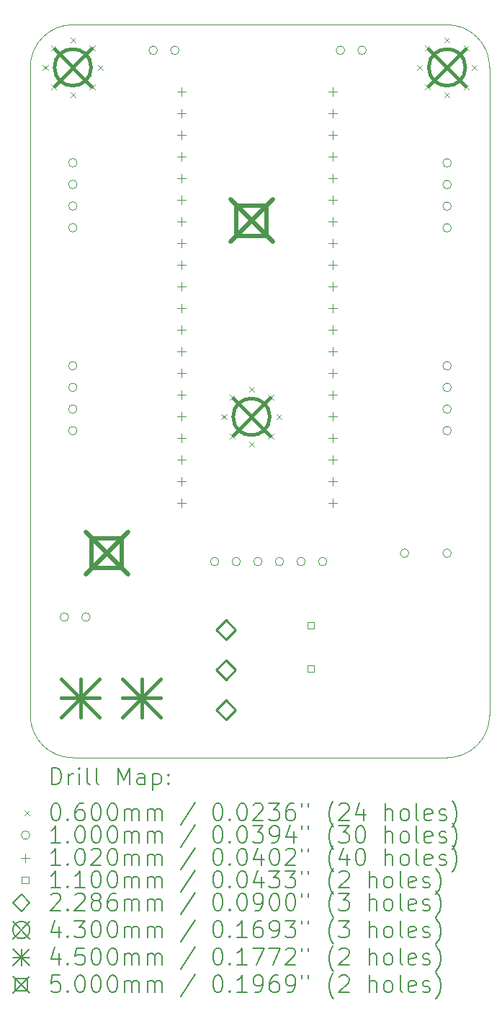
<source format=gbr>
%TF.GenerationSoftware,KiCad,Pcbnew,(6.0.7)*%
%TF.CreationDate,2022-11-23T18:30:10-05:00*%
%TF.ProjectId,Team5_Coaster,5465616d-355f-4436-9f61-737465722e6b,rev?*%
%TF.SameCoordinates,Original*%
%TF.FileFunction,Drillmap*%
%TF.FilePolarity,Positive*%
%FSLAX45Y45*%
G04 Gerber Fmt 4.5, Leading zero omitted, Abs format (unit mm)*
G04 Created by KiCad (PCBNEW (6.0.7)) date 2022-11-23 18:30:10*
%MOMM*%
%LPD*%
G01*
G04 APERTURE LIST*
%ADD10C,0.100000*%
%ADD11C,0.200000*%
%ADD12C,0.060000*%
%ADD13C,0.102000*%
%ADD14C,0.110000*%
%ADD15C,0.228600*%
%ADD16C,0.430000*%
%ADD17C,0.450000*%
%ADD18C,0.500000*%
G04 APERTURE END LIST*
D10*
X10300000Y-5100000D02*
G75*
G03*
X9800000Y-5600000I0J-500000D01*
G01*
X14700000Y-13700000D02*
G75*
G03*
X15200000Y-13200000I0J500000D01*
G01*
X9800000Y-13200000D02*
G75*
G03*
X10300000Y-13700000I500000J0D01*
G01*
X14700000Y-5100000D02*
X10300000Y-5100000D01*
X15200000Y-13200000D02*
X15200000Y-5600000D01*
X9800000Y-5600000D02*
X9800000Y-13200000D01*
X10300000Y-13700000D02*
X14700000Y-13700000D01*
X15200000Y-5600000D02*
G75*
G03*
X14700000Y-5100000I-500000J0D01*
G01*
D11*
D12*
X9947500Y-5570000D02*
X10007500Y-5630000D01*
X10007500Y-5570000D02*
X9947500Y-5630000D01*
X10041958Y-5341958D02*
X10101958Y-5401958D01*
X10101958Y-5341958D02*
X10041958Y-5401958D01*
X10041958Y-5798042D02*
X10101958Y-5858042D01*
X10101958Y-5798042D02*
X10041958Y-5858042D01*
X10270000Y-5247500D02*
X10330000Y-5307500D01*
X10330000Y-5247500D02*
X10270000Y-5307500D01*
X10270000Y-5892500D02*
X10330000Y-5952500D01*
X10330000Y-5892500D02*
X10270000Y-5952500D01*
X10498042Y-5341958D02*
X10558042Y-5401958D01*
X10558042Y-5341958D02*
X10498042Y-5401958D01*
X10498042Y-5798042D02*
X10558042Y-5858042D01*
X10558042Y-5798042D02*
X10498042Y-5858042D01*
X10592500Y-5570000D02*
X10652500Y-5630000D01*
X10652500Y-5570000D02*
X10592500Y-5630000D01*
X12047500Y-9670000D02*
X12107500Y-9730000D01*
X12107500Y-9670000D02*
X12047500Y-9730000D01*
X12141958Y-9441958D02*
X12201958Y-9501958D01*
X12201958Y-9441958D02*
X12141958Y-9501958D01*
X12141958Y-9898042D02*
X12201958Y-9958042D01*
X12201958Y-9898042D02*
X12141958Y-9958042D01*
X12370000Y-9347500D02*
X12430000Y-9407500D01*
X12430000Y-9347500D02*
X12370000Y-9407500D01*
X12370000Y-9992500D02*
X12430000Y-10052500D01*
X12430000Y-9992500D02*
X12370000Y-10052500D01*
X12598042Y-9441958D02*
X12658042Y-9501958D01*
X12658042Y-9441958D02*
X12598042Y-9501958D01*
X12598042Y-9898042D02*
X12658042Y-9958042D01*
X12658042Y-9898042D02*
X12598042Y-9958042D01*
X12692500Y-9670000D02*
X12752500Y-9730000D01*
X12752500Y-9670000D02*
X12692500Y-9730000D01*
X14347500Y-5570000D02*
X14407500Y-5630000D01*
X14407500Y-5570000D02*
X14347500Y-5630000D01*
X14441958Y-5341958D02*
X14501958Y-5401958D01*
X14501958Y-5341958D02*
X14441958Y-5401958D01*
X14441958Y-5798042D02*
X14501958Y-5858042D01*
X14501958Y-5798042D02*
X14441958Y-5858042D01*
X14670000Y-5247500D02*
X14730000Y-5307500D01*
X14730000Y-5247500D02*
X14670000Y-5307500D01*
X14670000Y-5892500D02*
X14730000Y-5952500D01*
X14730000Y-5892500D02*
X14670000Y-5952500D01*
X14898042Y-5341958D02*
X14958042Y-5401958D01*
X14958042Y-5341958D02*
X14898042Y-5401958D01*
X14898042Y-5798042D02*
X14958042Y-5858042D01*
X14958042Y-5798042D02*
X14898042Y-5858042D01*
X14992500Y-5570000D02*
X15052500Y-5630000D01*
X15052500Y-5570000D02*
X14992500Y-5630000D01*
D10*
X10250000Y-12050000D02*
G75*
G03*
X10250000Y-12050000I-50000J0D01*
G01*
X10350000Y-6718000D02*
G75*
G03*
X10350000Y-6718000I-50000J0D01*
G01*
X10350000Y-6972000D02*
G75*
G03*
X10350000Y-6972000I-50000J0D01*
G01*
X10350000Y-7226000D02*
G75*
G03*
X10350000Y-7226000I-50000J0D01*
G01*
X10350000Y-7480000D02*
G75*
G03*
X10350000Y-7480000I-50000J0D01*
G01*
X10350000Y-9100000D02*
G75*
G03*
X10350000Y-9100000I-50000J0D01*
G01*
X10350000Y-9354000D02*
G75*
G03*
X10350000Y-9354000I-50000J0D01*
G01*
X10350000Y-9608000D02*
G75*
G03*
X10350000Y-9608000I-50000J0D01*
G01*
X10350000Y-9862000D02*
G75*
G03*
X10350000Y-9862000I-50000J0D01*
G01*
X10504000Y-12050000D02*
G75*
G03*
X10504000Y-12050000I-50000J0D01*
G01*
X11296000Y-5400000D02*
G75*
G03*
X11296000Y-5400000I-50000J0D01*
G01*
X11550000Y-5400000D02*
G75*
G03*
X11550000Y-5400000I-50000J0D01*
G01*
X12017500Y-11397500D02*
G75*
G03*
X12017500Y-11397500I-50000J0D01*
G01*
X12271500Y-11397500D02*
G75*
G03*
X12271500Y-11397500I-50000J0D01*
G01*
X12525500Y-11397500D02*
G75*
G03*
X12525500Y-11397500I-50000J0D01*
G01*
X12779500Y-11397500D02*
G75*
G03*
X12779500Y-11397500I-50000J0D01*
G01*
X13033500Y-11397500D02*
G75*
G03*
X13033500Y-11397500I-50000J0D01*
G01*
X13287500Y-11397500D02*
G75*
G03*
X13287500Y-11397500I-50000J0D01*
G01*
X13496000Y-5400000D02*
G75*
G03*
X13496000Y-5400000I-50000J0D01*
G01*
X13750000Y-5400000D02*
G75*
G03*
X13750000Y-5400000I-50000J0D01*
G01*
X14250000Y-11300000D02*
G75*
G03*
X14250000Y-11300000I-50000J0D01*
G01*
X14750000Y-6720000D02*
G75*
G03*
X14750000Y-6720000I-50000J0D01*
G01*
X14750000Y-6974000D02*
G75*
G03*
X14750000Y-6974000I-50000J0D01*
G01*
X14750000Y-7228000D02*
G75*
G03*
X14750000Y-7228000I-50000J0D01*
G01*
X14750000Y-7482000D02*
G75*
G03*
X14750000Y-7482000I-50000J0D01*
G01*
X14750000Y-9100000D02*
G75*
G03*
X14750000Y-9100000I-50000J0D01*
G01*
X14750000Y-9354000D02*
G75*
G03*
X14750000Y-9354000I-50000J0D01*
G01*
X14750000Y-9608000D02*
G75*
G03*
X14750000Y-9608000I-50000J0D01*
G01*
X14750000Y-9862000D02*
G75*
G03*
X14750000Y-9862000I-50000J0D01*
G01*
X14750000Y-11300000D02*
G75*
G03*
X14750000Y-11300000I-50000J0D01*
G01*
D13*
X11574500Y-5834500D02*
X11574500Y-5936500D01*
X11523500Y-5885500D02*
X11625500Y-5885500D01*
X11574500Y-6088500D02*
X11574500Y-6190500D01*
X11523500Y-6139500D02*
X11625500Y-6139500D01*
X11574500Y-6342500D02*
X11574500Y-6444500D01*
X11523500Y-6393500D02*
X11625500Y-6393500D01*
X11574500Y-6596500D02*
X11574500Y-6698500D01*
X11523500Y-6647500D02*
X11625500Y-6647500D01*
X11574500Y-6850500D02*
X11574500Y-6952500D01*
X11523500Y-6901500D02*
X11625500Y-6901500D01*
X11574500Y-7104500D02*
X11574500Y-7206500D01*
X11523500Y-7155500D02*
X11625500Y-7155500D01*
X11574500Y-7358500D02*
X11574500Y-7460500D01*
X11523500Y-7409500D02*
X11625500Y-7409500D01*
X11574500Y-7612500D02*
X11574500Y-7714500D01*
X11523500Y-7663500D02*
X11625500Y-7663500D01*
X11574500Y-7866500D02*
X11574500Y-7968500D01*
X11523500Y-7917500D02*
X11625500Y-7917500D01*
X11574500Y-8120500D02*
X11574500Y-8222500D01*
X11523500Y-8171500D02*
X11625500Y-8171500D01*
X11574500Y-8374500D02*
X11574500Y-8476500D01*
X11523500Y-8425500D02*
X11625500Y-8425500D01*
X11574500Y-8628500D02*
X11574500Y-8730500D01*
X11523500Y-8679500D02*
X11625500Y-8679500D01*
X11574500Y-8882500D02*
X11574500Y-8984500D01*
X11523500Y-8933500D02*
X11625500Y-8933500D01*
X11574500Y-9136500D02*
X11574500Y-9238500D01*
X11523500Y-9187500D02*
X11625500Y-9187500D01*
X11574500Y-9390500D02*
X11574500Y-9492500D01*
X11523500Y-9441500D02*
X11625500Y-9441500D01*
X11574500Y-9644500D02*
X11574500Y-9746500D01*
X11523500Y-9695500D02*
X11625500Y-9695500D01*
X11574500Y-9898500D02*
X11574500Y-10000500D01*
X11523500Y-9949500D02*
X11625500Y-9949500D01*
X11574500Y-10152500D02*
X11574500Y-10254500D01*
X11523500Y-10203500D02*
X11625500Y-10203500D01*
X11574500Y-10406500D02*
X11574500Y-10508500D01*
X11523500Y-10457500D02*
X11625500Y-10457500D01*
X11574500Y-10660500D02*
X11574500Y-10762500D01*
X11523500Y-10711500D02*
X11625500Y-10711500D01*
X13352500Y-5834500D02*
X13352500Y-5936500D01*
X13301500Y-5885500D02*
X13403500Y-5885500D01*
X13352500Y-6088500D02*
X13352500Y-6190500D01*
X13301500Y-6139500D02*
X13403500Y-6139500D01*
X13352500Y-6342500D02*
X13352500Y-6444500D01*
X13301500Y-6393500D02*
X13403500Y-6393500D01*
X13352500Y-6596500D02*
X13352500Y-6698500D01*
X13301500Y-6647500D02*
X13403500Y-6647500D01*
X13352500Y-6850500D02*
X13352500Y-6952500D01*
X13301500Y-6901500D02*
X13403500Y-6901500D01*
X13352500Y-7104500D02*
X13352500Y-7206500D01*
X13301500Y-7155500D02*
X13403500Y-7155500D01*
X13352500Y-7358500D02*
X13352500Y-7460500D01*
X13301500Y-7409500D02*
X13403500Y-7409500D01*
X13352500Y-7612500D02*
X13352500Y-7714500D01*
X13301500Y-7663500D02*
X13403500Y-7663500D01*
X13352500Y-7866500D02*
X13352500Y-7968500D01*
X13301500Y-7917500D02*
X13403500Y-7917500D01*
X13352500Y-8120500D02*
X13352500Y-8222500D01*
X13301500Y-8171500D02*
X13403500Y-8171500D01*
X13352500Y-8374500D02*
X13352500Y-8476500D01*
X13301500Y-8425500D02*
X13403500Y-8425500D01*
X13352500Y-8628500D02*
X13352500Y-8730500D01*
X13301500Y-8679500D02*
X13403500Y-8679500D01*
X13352500Y-8882500D02*
X13352500Y-8984500D01*
X13301500Y-8933500D02*
X13403500Y-8933500D01*
X13352500Y-9136500D02*
X13352500Y-9238500D01*
X13301500Y-9187500D02*
X13403500Y-9187500D01*
X13352500Y-9390500D02*
X13352500Y-9492500D01*
X13301500Y-9441500D02*
X13403500Y-9441500D01*
X13352500Y-9644500D02*
X13352500Y-9746500D01*
X13301500Y-9695500D02*
X13403500Y-9695500D01*
X13352500Y-9898500D02*
X13352500Y-10000500D01*
X13301500Y-9949500D02*
X13403500Y-9949500D01*
X13352500Y-10152500D02*
X13352500Y-10254500D01*
X13301500Y-10203500D02*
X13403500Y-10203500D01*
X13352500Y-10406500D02*
X13352500Y-10508500D01*
X13301500Y-10457500D02*
X13403500Y-10457500D01*
X13352500Y-10660500D02*
X13352500Y-10762500D01*
X13301500Y-10711500D02*
X13403500Y-10711500D01*
D14*
X13138891Y-12184891D02*
X13138891Y-12107109D01*
X13061109Y-12107109D01*
X13061109Y-12184891D01*
X13138891Y-12184891D01*
X13138891Y-12692891D02*
X13138891Y-12615109D01*
X13061109Y-12615109D01*
X13061109Y-12692891D01*
X13138891Y-12692891D01*
D15*
X12100000Y-12314300D02*
X12214300Y-12200000D01*
X12100000Y-12085700D01*
X11985700Y-12200000D01*
X12100000Y-12314300D01*
X12100000Y-12784200D02*
X12214300Y-12669900D01*
X12100000Y-12555600D01*
X11985700Y-12669900D01*
X12100000Y-12784200D01*
X12100000Y-13254100D02*
X12214300Y-13139800D01*
X12100000Y-13025500D01*
X11985700Y-13139800D01*
X12100000Y-13254100D01*
D16*
X10085000Y-5385000D02*
X10515000Y-5815000D01*
X10515000Y-5385000D02*
X10085000Y-5815000D01*
X10515000Y-5600000D02*
G75*
G03*
X10515000Y-5600000I-215000J0D01*
G01*
X12185000Y-9485000D02*
X12615000Y-9915000D01*
X12615000Y-9485000D02*
X12185000Y-9915000D01*
X12615000Y-9700000D02*
G75*
G03*
X12615000Y-9700000I-215000J0D01*
G01*
X14485000Y-5385000D02*
X14915000Y-5815000D01*
X14915000Y-5385000D02*
X14485000Y-5815000D01*
X14915000Y-5600000D02*
G75*
G03*
X14915000Y-5600000I-215000J0D01*
G01*
D17*
X10165000Y-12775000D02*
X10615000Y-13225000D01*
X10615000Y-12775000D02*
X10165000Y-13225000D01*
X10390000Y-12775000D02*
X10390000Y-13225000D01*
X10165000Y-13000000D02*
X10615000Y-13000000D01*
X10885000Y-12775000D02*
X11335000Y-13225000D01*
X11335000Y-12775000D02*
X10885000Y-13225000D01*
X11110000Y-12775000D02*
X11110000Y-13225000D01*
X10885000Y-13000000D02*
X11335000Y-13000000D01*
D18*
X10450000Y-11050000D02*
X10950000Y-11550000D01*
X10950000Y-11050000D02*
X10450000Y-11550000D01*
X10876778Y-11476778D02*
X10876778Y-11123222D01*
X10523222Y-11123222D01*
X10523222Y-11476778D01*
X10876778Y-11476778D01*
X12150000Y-7150000D02*
X12650000Y-7650000D01*
X12650000Y-7150000D02*
X12150000Y-7650000D01*
X12576778Y-7576778D02*
X12576778Y-7223222D01*
X12223222Y-7223222D01*
X12223222Y-7576778D01*
X12576778Y-7576778D01*
D11*
X10052619Y-14015476D02*
X10052619Y-13815476D01*
X10100238Y-13815476D01*
X10128810Y-13825000D01*
X10147857Y-13844048D01*
X10157381Y-13863095D01*
X10166905Y-13901190D01*
X10166905Y-13929762D01*
X10157381Y-13967857D01*
X10147857Y-13986905D01*
X10128810Y-14005952D01*
X10100238Y-14015476D01*
X10052619Y-14015476D01*
X10252619Y-14015476D02*
X10252619Y-13882143D01*
X10252619Y-13920238D02*
X10262143Y-13901190D01*
X10271667Y-13891667D01*
X10290714Y-13882143D01*
X10309762Y-13882143D01*
X10376429Y-14015476D02*
X10376429Y-13882143D01*
X10376429Y-13815476D02*
X10366905Y-13825000D01*
X10376429Y-13834524D01*
X10385952Y-13825000D01*
X10376429Y-13815476D01*
X10376429Y-13834524D01*
X10500238Y-14015476D02*
X10481190Y-14005952D01*
X10471667Y-13986905D01*
X10471667Y-13815476D01*
X10605000Y-14015476D02*
X10585952Y-14005952D01*
X10576429Y-13986905D01*
X10576429Y-13815476D01*
X10833571Y-14015476D02*
X10833571Y-13815476D01*
X10900238Y-13958333D01*
X10966905Y-13815476D01*
X10966905Y-14015476D01*
X11147857Y-14015476D02*
X11147857Y-13910714D01*
X11138333Y-13891667D01*
X11119286Y-13882143D01*
X11081190Y-13882143D01*
X11062143Y-13891667D01*
X11147857Y-14005952D02*
X11128810Y-14015476D01*
X11081190Y-14015476D01*
X11062143Y-14005952D01*
X11052619Y-13986905D01*
X11052619Y-13967857D01*
X11062143Y-13948809D01*
X11081190Y-13939286D01*
X11128810Y-13939286D01*
X11147857Y-13929762D01*
X11243095Y-13882143D02*
X11243095Y-14082143D01*
X11243095Y-13891667D02*
X11262143Y-13882143D01*
X11300238Y-13882143D01*
X11319286Y-13891667D01*
X11328809Y-13901190D01*
X11338333Y-13920238D01*
X11338333Y-13977381D01*
X11328809Y-13996428D01*
X11319286Y-14005952D01*
X11300238Y-14015476D01*
X11262143Y-14015476D01*
X11243095Y-14005952D01*
X11424048Y-13996428D02*
X11433571Y-14005952D01*
X11424048Y-14015476D01*
X11414524Y-14005952D01*
X11424048Y-13996428D01*
X11424048Y-14015476D01*
X11424048Y-13891667D02*
X11433571Y-13901190D01*
X11424048Y-13910714D01*
X11414524Y-13901190D01*
X11424048Y-13891667D01*
X11424048Y-13910714D01*
D12*
X9735000Y-14315000D02*
X9795000Y-14375000D01*
X9795000Y-14315000D02*
X9735000Y-14375000D01*
D11*
X10090714Y-14235476D02*
X10109762Y-14235476D01*
X10128810Y-14245000D01*
X10138333Y-14254524D01*
X10147857Y-14273571D01*
X10157381Y-14311667D01*
X10157381Y-14359286D01*
X10147857Y-14397381D01*
X10138333Y-14416428D01*
X10128810Y-14425952D01*
X10109762Y-14435476D01*
X10090714Y-14435476D01*
X10071667Y-14425952D01*
X10062143Y-14416428D01*
X10052619Y-14397381D01*
X10043095Y-14359286D01*
X10043095Y-14311667D01*
X10052619Y-14273571D01*
X10062143Y-14254524D01*
X10071667Y-14245000D01*
X10090714Y-14235476D01*
X10243095Y-14416428D02*
X10252619Y-14425952D01*
X10243095Y-14435476D01*
X10233571Y-14425952D01*
X10243095Y-14416428D01*
X10243095Y-14435476D01*
X10424048Y-14235476D02*
X10385952Y-14235476D01*
X10366905Y-14245000D01*
X10357381Y-14254524D01*
X10338333Y-14283095D01*
X10328810Y-14321190D01*
X10328810Y-14397381D01*
X10338333Y-14416428D01*
X10347857Y-14425952D01*
X10366905Y-14435476D01*
X10405000Y-14435476D01*
X10424048Y-14425952D01*
X10433571Y-14416428D01*
X10443095Y-14397381D01*
X10443095Y-14349762D01*
X10433571Y-14330714D01*
X10424048Y-14321190D01*
X10405000Y-14311667D01*
X10366905Y-14311667D01*
X10347857Y-14321190D01*
X10338333Y-14330714D01*
X10328810Y-14349762D01*
X10566905Y-14235476D02*
X10585952Y-14235476D01*
X10605000Y-14245000D01*
X10614524Y-14254524D01*
X10624048Y-14273571D01*
X10633571Y-14311667D01*
X10633571Y-14359286D01*
X10624048Y-14397381D01*
X10614524Y-14416428D01*
X10605000Y-14425952D01*
X10585952Y-14435476D01*
X10566905Y-14435476D01*
X10547857Y-14425952D01*
X10538333Y-14416428D01*
X10528810Y-14397381D01*
X10519286Y-14359286D01*
X10519286Y-14311667D01*
X10528810Y-14273571D01*
X10538333Y-14254524D01*
X10547857Y-14245000D01*
X10566905Y-14235476D01*
X10757381Y-14235476D02*
X10776429Y-14235476D01*
X10795476Y-14245000D01*
X10805000Y-14254524D01*
X10814524Y-14273571D01*
X10824048Y-14311667D01*
X10824048Y-14359286D01*
X10814524Y-14397381D01*
X10805000Y-14416428D01*
X10795476Y-14425952D01*
X10776429Y-14435476D01*
X10757381Y-14435476D01*
X10738333Y-14425952D01*
X10728810Y-14416428D01*
X10719286Y-14397381D01*
X10709762Y-14359286D01*
X10709762Y-14311667D01*
X10719286Y-14273571D01*
X10728810Y-14254524D01*
X10738333Y-14245000D01*
X10757381Y-14235476D01*
X10909762Y-14435476D02*
X10909762Y-14302143D01*
X10909762Y-14321190D02*
X10919286Y-14311667D01*
X10938333Y-14302143D01*
X10966905Y-14302143D01*
X10985952Y-14311667D01*
X10995476Y-14330714D01*
X10995476Y-14435476D01*
X10995476Y-14330714D02*
X11005000Y-14311667D01*
X11024048Y-14302143D01*
X11052619Y-14302143D01*
X11071667Y-14311667D01*
X11081190Y-14330714D01*
X11081190Y-14435476D01*
X11176429Y-14435476D02*
X11176429Y-14302143D01*
X11176429Y-14321190D02*
X11185952Y-14311667D01*
X11205000Y-14302143D01*
X11233571Y-14302143D01*
X11252619Y-14311667D01*
X11262143Y-14330714D01*
X11262143Y-14435476D01*
X11262143Y-14330714D02*
X11271667Y-14311667D01*
X11290714Y-14302143D01*
X11319286Y-14302143D01*
X11338333Y-14311667D01*
X11347857Y-14330714D01*
X11347857Y-14435476D01*
X11738333Y-14225952D02*
X11566905Y-14483095D01*
X11995476Y-14235476D02*
X12014524Y-14235476D01*
X12033571Y-14245000D01*
X12043095Y-14254524D01*
X12052619Y-14273571D01*
X12062143Y-14311667D01*
X12062143Y-14359286D01*
X12052619Y-14397381D01*
X12043095Y-14416428D01*
X12033571Y-14425952D01*
X12014524Y-14435476D01*
X11995476Y-14435476D01*
X11976428Y-14425952D01*
X11966905Y-14416428D01*
X11957381Y-14397381D01*
X11947857Y-14359286D01*
X11947857Y-14311667D01*
X11957381Y-14273571D01*
X11966905Y-14254524D01*
X11976428Y-14245000D01*
X11995476Y-14235476D01*
X12147857Y-14416428D02*
X12157381Y-14425952D01*
X12147857Y-14435476D01*
X12138333Y-14425952D01*
X12147857Y-14416428D01*
X12147857Y-14435476D01*
X12281190Y-14235476D02*
X12300238Y-14235476D01*
X12319286Y-14245000D01*
X12328809Y-14254524D01*
X12338333Y-14273571D01*
X12347857Y-14311667D01*
X12347857Y-14359286D01*
X12338333Y-14397381D01*
X12328809Y-14416428D01*
X12319286Y-14425952D01*
X12300238Y-14435476D01*
X12281190Y-14435476D01*
X12262143Y-14425952D01*
X12252619Y-14416428D01*
X12243095Y-14397381D01*
X12233571Y-14359286D01*
X12233571Y-14311667D01*
X12243095Y-14273571D01*
X12252619Y-14254524D01*
X12262143Y-14245000D01*
X12281190Y-14235476D01*
X12424048Y-14254524D02*
X12433571Y-14245000D01*
X12452619Y-14235476D01*
X12500238Y-14235476D01*
X12519286Y-14245000D01*
X12528809Y-14254524D01*
X12538333Y-14273571D01*
X12538333Y-14292619D01*
X12528809Y-14321190D01*
X12414524Y-14435476D01*
X12538333Y-14435476D01*
X12605000Y-14235476D02*
X12728809Y-14235476D01*
X12662143Y-14311667D01*
X12690714Y-14311667D01*
X12709762Y-14321190D01*
X12719286Y-14330714D01*
X12728809Y-14349762D01*
X12728809Y-14397381D01*
X12719286Y-14416428D01*
X12709762Y-14425952D01*
X12690714Y-14435476D01*
X12633571Y-14435476D01*
X12614524Y-14425952D01*
X12605000Y-14416428D01*
X12900238Y-14235476D02*
X12862143Y-14235476D01*
X12843095Y-14245000D01*
X12833571Y-14254524D01*
X12814524Y-14283095D01*
X12805000Y-14321190D01*
X12805000Y-14397381D01*
X12814524Y-14416428D01*
X12824048Y-14425952D01*
X12843095Y-14435476D01*
X12881190Y-14435476D01*
X12900238Y-14425952D01*
X12909762Y-14416428D01*
X12919286Y-14397381D01*
X12919286Y-14349762D01*
X12909762Y-14330714D01*
X12900238Y-14321190D01*
X12881190Y-14311667D01*
X12843095Y-14311667D01*
X12824048Y-14321190D01*
X12814524Y-14330714D01*
X12805000Y-14349762D01*
X12995476Y-14235476D02*
X12995476Y-14273571D01*
X13071667Y-14235476D02*
X13071667Y-14273571D01*
X13366905Y-14511667D02*
X13357381Y-14502143D01*
X13338333Y-14473571D01*
X13328809Y-14454524D01*
X13319286Y-14425952D01*
X13309762Y-14378333D01*
X13309762Y-14340238D01*
X13319286Y-14292619D01*
X13328809Y-14264048D01*
X13338333Y-14245000D01*
X13357381Y-14216428D01*
X13366905Y-14206905D01*
X13433571Y-14254524D02*
X13443095Y-14245000D01*
X13462143Y-14235476D01*
X13509762Y-14235476D01*
X13528809Y-14245000D01*
X13538333Y-14254524D01*
X13547857Y-14273571D01*
X13547857Y-14292619D01*
X13538333Y-14321190D01*
X13424048Y-14435476D01*
X13547857Y-14435476D01*
X13719286Y-14302143D02*
X13719286Y-14435476D01*
X13671667Y-14225952D02*
X13624048Y-14368809D01*
X13747857Y-14368809D01*
X13976428Y-14435476D02*
X13976428Y-14235476D01*
X14062143Y-14435476D02*
X14062143Y-14330714D01*
X14052619Y-14311667D01*
X14033571Y-14302143D01*
X14005000Y-14302143D01*
X13985952Y-14311667D01*
X13976428Y-14321190D01*
X14185952Y-14435476D02*
X14166905Y-14425952D01*
X14157381Y-14416428D01*
X14147857Y-14397381D01*
X14147857Y-14340238D01*
X14157381Y-14321190D01*
X14166905Y-14311667D01*
X14185952Y-14302143D01*
X14214524Y-14302143D01*
X14233571Y-14311667D01*
X14243095Y-14321190D01*
X14252619Y-14340238D01*
X14252619Y-14397381D01*
X14243095Y-14416428D01*
X14233571Y-14425952D01*
X14214524Y-14435476D01*
X14185952Y-14435476D01*
X14366905Y-14435476D02*
X14347857Y-14425952D01*
X14338333Y-14406905D01*
X14338333Y-14235476D01*
X14519286Y-14425952D02*
X14500238Y-14435476D01*
X14462143Y-14435476D01*
X14443095Y-14425952D01*
X14433571Y-14406905D01*
X14433571Y-14330714D01*
X14443095Y-14311667D01*
X14462143Y-14302143D01*
X14500238Y-14302143D01*
X14519286Y-14311667D01*
X14528809Y-14330714D01*
X14528809Y-14349762D01*
X14433571Y-14368809D01*
X14605000Y-14425952D02*
X14624048Y-14435476D01*
X14662143Y-14435476D01*
X14681190Y-14425952D01*
X14690714Y-14406905D01*
X14690714Y-14397381D01*
X14681190Y-14378333D01*
X14662143Y-14368809D01*
X14633571Y-14368809D01*
X14614524Y-14359286D01*
X14605000Y-14340238D01*
X14605000Y-14330714D01*
X14614524Y-14311667D01*
X14633571Y-14302143D01*
X14662143Y-14302143D01*
X14681190Y-14311667D01*
X14757381Y-14511667D02*
X14766905Y-14502143D01*
X14785952Y-14473571D01*
X14795476Y-14454524D01*
X14805000Y-14425952D01*
X14814524Y-14378333D01*
X14814524Y-14340238D01*
X14805000Y-14292619D01*
X14795476Y-14264048D01*
X14785952Y-14245000D01*
X14766905Y-14216428D01*
X14757381Y-14206905D01*
D10*
X9795000Y-14609000D02*
G75*
G03*
X9795000Y-14609000I-50000J0D01*
G01*
D11*
X10157381Y-14699476D02*
X10043095Y-14699476D01*
X10100238Y-14699476D02*
X10100238Y-14499476D01*
X10081190Y-14528048D01*
X10062143Y-14547095D01*
X10043095Y-14556619D01*
X10243095Y-14680428D02*
X10252619Y-14689952D01*
X10243095Y-14699476D01*
X10233571Y-14689952D01*
X10243095Y-14680428D01*
X10243095Y-14699476D01*
X10376429Y-14499476D02*
X10395476Y-14499476D01*
X10414524Y-14509000D01*
X10424048Y-14518524D01*
X10433571Y-14537571D01*
X10443095Y-14575667D01*
X10443095Y-14623286D01*
X10433571Y-14661381D01*
X10424048Y-14680428D01*
X10414524Y-14689952D01*
X10395476Y-14699476D01*
X10376429Y-14699476D01*
X10357381Y-14689952D01*
X10347857Y-14680428D01*
X10338333Y-14661381D01*
X10328810Y-14623286D01*
X10328810Y-14575667D01*
X10338333Y-14537571D01*
X10347857Y-14518524D01*
X10357381Y-14509000D01*
X10376429Y-14499476D01*
X10566905Y-14499476D02*
X10585952Y-14499476D01*
X10605000Y-14509000D01*
X10614524Y-14518524D01*
X10624048Y-14537571D01*
X10633571Y-14575667D01*
X10633571Y-14623286D01*
X10624048Y-14661381D01*
X10614524Y-14680428D01*
X10605000Y-14689952D01*
X10585952Y-14699476D01*
X10566905Y-14699476D01*
X10547857Y-14689952D01*
X10538333Y-14680428D01*
X10528810Y-14661381D01*
X10519286Y-14623286D01*
X10519286Y-14575667D01*
X10528810Y-14537571D01*
X10538333Y-14518524D01*
X10547857Y-14509000D01*
X10566905Y-14499476D01*
X10757381Y-14499476D02*
X10776429Y-14499476D01*
X10795476Y-14509000D01*
X10805000Y-14518524D01*
X10814524Y-14537571D01*
X10824048Y-14575667D01*
X10824048Y-14623286D01*
X10814524Y-14661381D01*
X10805000Y-14680428D01*
X10795476Y-14689952D01*
X10776429Y-14699476D01*
X10757381Y-14699476D01*
X10738333Y-14689952D01*
X10728810Y-14680428D01*
X10719286Y-14661381D01*
X10709762Y-14623286D01*
X10709762Y-14575667D01*
X10719286Y-14537571D01*
X10728810Y-14518524D01*
X10738333Y-14509000D01*
X10757381Y-14499476D01*
X10909762Y-14699476D02*
X10909762Y-14566143D01*
X10909762Y-14585190D02*
X10919286Y-14575667D01*
X10938333Y-14566143D01*
X10966905Y-14566143D01*
X10985952Y-14575667D01*
X10995476Y-14594714D01*
X10995476Y-14699476D01*
X10995476Y-14594714D02*
X11005000Y-14575667D01*
X11024048Y-14566143D01*
X11052619Y-14566143D01*
X11071667Y-14575667D01*
X11081190Y-14594714D01*
X11081190Y-14699476D01*
X11176429Y-14699476D02*
X11176429Y-14566143D01*
X11176429Y-14585190D02*
X11185952Y-14575667D01*
X11205000Y-14566143D01*
X11233571Y-14566143D01*
X11252619Y-14575667D01*
X11262143Y-14594714D01*
X11262143Y-14699476D01*
X11262143Y-14594714D02*
X11271667Y-14575667D01*
X11290714Y-14566143D01*
X11319286Y-14566143D01*
X11338333Y-14575667D01*
X11347857Y-14594714D01*
X11347857Y-14699476D01*
X11738333Y-14489952D02*
X11566905Y-14747095D01*
X11995476Y-14499476D02*
X12014524Y-14499476D01*
X12033571Y-14509000D01*
X12043095Y-14518524D01*
X12052619Y-14537571D01*
X12062143Y-14575667D01*
X12062143Y-14623286D01*
X12052619Y-14661381D01*
X12043095Y-14680428D01*
X12033571Y-14689952D01*
X12014524Y-14699476D01*
X11995476Y-14699476D01*
X11976428Y-14689952D01*
X11966905Y-14680428D01*
X11957381Y-14661381D01*
X11947857Y-14623286D01*
X11947857Y-14575667D01*
X11957381Y-14537571D01*
X11966905Y-14518524D01*
X11976428Y-14509000D01*
X11995476Y-14499476D01*
X12147857Y-14680428D02*
X12157381Y-14689952D01*
X12147857Y-14699476D01*
X12138333Y-14689952D01*
X12147857Y-14680428D01*
X12147857Y-14699476D01*
X12281190Y-14499476D02*
X12300238Y-14499476D01*
X12319286Y-14509000D01*
X12328809Y-14518524D01*
X12338333Y-14537571D01*
X12347857Y-14575667D01*
X12347857Y-14623286D01*
X12338333Y-14661381D01*
X12328809Y-14680428D01*
X12319286Y-14689952D01*
X12300238Y-14699476D01*
X12281190Y-14699476D01*
X12262143Y-14689952D01*
X12252619Y-14680428D01*
X12243095Y-14661381D01*
X12233571Y-14623286D01*
X12233571Y-14575667D01*
X12243095Y-14537571D01*
X12252619Y-14518524D01*
X12262143Y-14509000D01*
X12281190Y-14499476D01*
X12414524Y-14499476D02*
X12538333Y-14499476D01*
X12471667Y-14575667D01*
X12500238Y-14575667D01*
X12519286Y-14585190D01*
X12528809Y-14594714D01*
X12538333Y-14613762D01*
X12538333Y-14661381D01*
X12528809Y-14680428D01*
X12519286Y-14689952D01*
X12500238Y-14699476D01*
X12443095Y-14699476D01*
X12424048Y-14689952D01*
X12414524Y-14680428D01*
X12633571Y-14699476D02*
X12671667Y-14699476D01*
X12690714Y-14689952D01*
X12700238Y-14680428D01*
X12719286Y-14651857D01*
X12728809Y-14613762D01*
X12728809Y-14537571D01*
X12719286Y-14518524D01*
X12709762Y-14509000D01*
X12690714Y-14499476D01*
X12652619Y-14499476D01*
X12633571Y-14509000D01*
X12624048Y-14518524D01*
X12614524Y-14537571D01*
X12614524Y-14585190D01*
X12624048Y-14604238D01*
X12633571Y-14613762D01*
X12652619Y-14623286D01*
X12690714Y-14623286D01*
X12709762Y-14613762D01*
X12719286Y-14604238D01*
X12728809Y-14585190D01*
X12900238Y-14566143D02*
X12900238Y-14699476D01*
X12852619Y-14489952D02*
X12805000Y-14632809D01*
X12928809Y-14632809D01*
X12995476Y-14499476D02*
X12995476Y-14537571D01*
X13071667Y-14499476D02*
X13071667Y-14537571D01*
X13366905Y-14775667D02*
X13357381Y-14766143D01*
X13338333Y-14737571D01*
X13328809Y-14718524D01*
X13319286Y-14689952D01*
X13309762Y-14642333D01*
X13309762Y-14604238D01*
X13319286Y-14556619D01*
X13328809Y-14528048D01*
X13338333Y-14509000D01*
X13357381Y-14480428D01*
X13366905Y-14470905D01*
X13424048Y-14499476D02*
X13547857Y-14499476D01*
X13481190Y-14575667D01*
X13509762Y-14575667D01*
X13528809Y-14585190D01*
X13538333Y-14594714D01*
X13547857Y-14613762D01*
X13547857Y-14661381D01*
X13538333Y-14680428D01*
X13528809Y-14689952D01*
X13509762Y-14699476D01*
X13452619Y-14699476D01*
X13433571Y-14689952D01*
X13424048Y-14680428D01*
X13671667Y-14499476D02*
X13690714Y-14499476D01*
X13709762Y-14509000D01*
X13719286Y-14518524D01*
X13728809Y-14537571D01*
X13738333Y-14575667D01*
X13738333Y-14623286D01*
X13728809Y-14661381D01*
X13719286Y-14680428D01*
X13709762Y-14689952D01*
X13690714Y-14699476D01*
X13671667Y-14699476D01*
X13652619Y-14689952D01*
X13643095Y-14680428D01*
X13633571Y-14661381D01*
X13624048Y-14623286D01*
X13624048Y-14575667D01*
X13633571Y-14537571D01*
X13643095Y-14518524D01*
X13652619Y-14509000D01*
X13671667Y-14499476D01*
X13976428Y-14699476D02*
X13976428Y-14499476D01*
X14062143Y-14699476D02*
X14062143Y-14594714D01*
X14052619Y-14575667D01*
X14033571Y-14566143D01*
X14005000Y-14566143D01*
X13985952Y-14575667D01*
X13976428Y-14585190D01*
X14185952Y-14699476D02*
X14166905Y-14689952D01*
X14157381Y-14680428D01*
X14147857Y-14661381D01*
X14147857Y-14604238D01*
X14157381Y-14585190D01*
X14166905Y-14575667D01*
X14185952Y-14566143D01*
X14214524Y-14566143D01*
X14233571Y-14575667D01*
X14243095Y-14585190D01*
X14252619Y-14604238D01*
X14252619Y-14661381D01*
X14243095Y-14680428D01*
X14233571Y-14689952D01*
X14214524Y-14699476D01*
X14185952Y-14699476D01*
X14366905Y-14699476D02*
X14347857Y-14689952D01*
X14338333Y-14670905D01*
X14338333Y-14499476D01*
X14519286Y-14689952D02*
X14500238Y-14699476D01*
X14462143Y-14699476D01*
X14443095Y-14689952D01*
X14433571Y-14670905D01*
X14433571Y-14594714D01*
X14443095Y-14575667D01*
X14462143Y-14566143D01*
X14500238Y-14566143D01*
X14519286Y-14575667D01*
X14528809Y-14594714D01*
X14528809Y-14613762D01*
X14433571Y-14632809D01*
X14605000Y-14689952D02*
X14624048Y-14699476D01*
X14662143Y-14699476D01*
X14681190Y-14689952D01*
X14690714Y-14670905D01*
X14690714Y-14661381D01*
X14681190Y-14642333D01*
X14662143Y-14632809D01*
X14633571Y-14632809D01*
X14614524Y-14623286D01*
X14605000Y-14604238D01*
X14605000Y-14594714D01*
X14614524Y-14575667D01*
X14633571Y-14566143D01*
X14662143Y-14566143D01*
X14681190Y-14575667D01*
X14757381Y-14775667D02*
X14766905Y-14766143D01*
X14785952Y-14737571D01*
X14795476Y-14718524D01*
X14805000Y-14689952D01*
X14814524Y-14642333D01*
X14814524Y-14604238D01*
X14805000Y-14556619D01*
X14795476Y-14528048D01*
X14785952Y-14509000D01*
X14766905Y-14480428D01*
X14757381Y-14470905D01*
D13*
X9744000Y-14822000D02*
X9744000Y-14924000D01*
X9693000Y-14873000D02*
X9795000Y-14873000D01*
D11*
X10157381Y-14963476D02*
X10043095Y-14963476D01*
X10100238Y-14963476D02*
X10100238Y-14763476D01*
X10081190Y-14792048D01*
X10062143Y-14811095D01*
X10043095Y-14820619D01*
X10243095Y-14944428D02*
X10252619Y-14953952D01*
X10243095Y-14963476D01*
X10233571Y-14953952D01*
X10243095Y-14944428D01*
X10243095Y-14963476D01*
X10376429Y-14763476D02*
X10395476Y-14763476D01*
X10414524Y-14773000D01*
X10424048Y-14782524D01*
X10433571Y-14801571D01*
X10443095Y-14839667D01*
X10443095Y-14887286D01*
X10433571Y-14925381D01*
X10424048Y-14944428D01*
X10414524Y-14953952D01*
X10395476Y-14963476D01*
X10376429Y-14963476D01*
X10357381Y-14953952D01*
X10347857Y-14944428D01*
X10338333Y-14925381D01*
X10328810Y-14887286D01*
X10328810Y-14839667D01*
X10338333Y-14801571D01*
X10347857Y-14782524D01*
X10357381Y-14773000D01*
X10376429Y-14763476D01*
X10519286Y-14782524D02*
X10528810Y-14773000D01*
X10547857Y-14763476D01*
X10595476Y-14763476D01*
X10614524Y-14773000D01*
X10624048Y-14782524D01*
X10633571Y-14801571D01*
X10633571Y-14820619D01*
X10624048Y-14849190D01*
X10509762Y-14963476D01*
X10633571Y-14963476D01*
X10757381Y-14763476D02*
X10776429Y-14763476D01*
X10795476Y-14773000D01*
X10805000Y-14782524D01*
X10814524Y-14801571D01*
X10824048Y-14839667D01*
X10824048Y-14887286D01*
X10814524Y-14925381D01*
X10805000Y-14944428D01*
X10795476Y-14953952D01*
X10776429Y-14963476D01*
X10757381Y-14963476D01*
X10738333Y-14953952D01*
X10728810Y-14944428D01*
X10719286Y-14925381D01*
X10709762Y-14887286D01*
X10709762Y-14839667D01*
X10719286Y-14801571D01*
X10728810Y-14782524D01*
X10738333Y-14773000D01*
X10757381Y-14763476D01*
X10909762Y-14963476D02*
X10909762Y-14830143D01*
X10909762Y-14849190D02*
X10919286Y-14839667D01*
X10938333Y-14830143D01*
X10966905Y-14830143D01*
X10985952Y-14839667D01*
X10995476Y-14858714D01*
X10995476Y-14963476D01*
X10995476Y-14858714D02*
X11005000Y-14839667D01*
X11024048Y-14830143D01*
X11052619Y-14830143D01*
X11071667Y-14839667D01*
X11081190Y-14858714D01*
X11081190Y-14963476D01*
X11176429Y-14963476D02*
X11176429Y-14830143D01*
X11176429Y-14849190D02*
X11185952Y-14839667D01*
X11205000Y-14830143D01*
X11233571Y-14830143D01*
X11252619Y-14839667D01*
X11262143Y-14858714D01*
X11262143Y-14963476D01*
X11262143Y-14858714D02*
X11271667Y-14839667D01*
X11290714Y-14830143D01*
X11319286Y-14830143D01*
X11338333Y-14839667D01*
X11347857Y-14858714D01*
X11347857Y-14963476D01*
X11738333Y-14753952D02*
X11566905Y-15011095D01*
X11995476Y-14763476D02*
X12014524Y-14763476D01*
X12033571Y-14773000D01*
X12043095Y-14782524D01*
X12052619Y-14801571D01*
X12062143Y-14839667D01*
X12062143Y-14887286D01*
X12052619Y-14925381D01*
X12043095Y-14944428D01*
X12033571Y-14953952D01*
X12014524Y-14963476D01*
X11995476Y-14963476D01*
X11976428Y-14953952D01*
X11966905Y-14944428D01*
X11957381Y-14925381D01*
X11947857Y-14887286D01*
X11947857Y-14839667D01*
X11957381Y-14801571D01*
X11966905Y-14782524D01*
X11976428Y-14773000D01*
X11995476Y-14763476D01*
X12147857Y-14944428D02*
X12157381Y-14953952D01*
X12147857Y-14963476D01*
X12138333Y-14953952D01*
X12147857Y-14944428D01*
X12147857Y-14963476D01*
X12281190Y-14763476D02*
X12300238Y-14763476D01*
X12319286Y-14773000D01*
X12328809Y-14782524D01*
X12338333Y-14801571D01*
X12347857Y-14839667D01*
X12347857Y-14887286D01*
X12338333Y-14925381D01*
X12328809Y-14944428D01*
X12319286Y-14953952D01*
X12300238Y-14963476D01*
X12281190Y-14963476D01*
X12262143Y-14953952D01*
X12252619Y-14944428D01*
X12243095Y-14925381D01*
X12233571Y-14887286D01*
X12233571Y-14839667D01*
X12243095Y-14801571D01*
X12252619Y-14782524D01*
X12262143Y-14773000D01*
X12281190Y-14763476D01*
X12519286Y-14830143D02*
X12519286Y-14963476D01*
X12471667Y-14753952D02*
X12424048Y-14896809D01*
X12547857Y-14896809D01*
X12662143Y-14763476D02*
X12681190Y-14763476D01*
X12700238Y-14773000D01*
X12709762Y-14782524D01*
X12719286Y-14801571D01*
X12728809Y-14839667D01*
X12728809Y-14887286D01*
X12719286Y-14925381D01*
X12709762Y-14944428D01*
X12700238Y-14953952D01*
X12681190Y-14963476D01*
X12662143Y-14963476D01*
X12643095Y-14953952D01*
X12633571Y-14944428D01*
X12624048Y-14925381D01*
X12614524Y-14887286D01*
X12614524Y-14839667D01*
X12624048Y-14801571D01*
X12633571Y-14782524D01*
X12643095Y-14773000D01*
X12662143Y-14763476D01*
X12805000Y-14782524D02*
X12814524Y-14773000D01*
X12833571Y-14763476D01*
X12881190Y-14763476D01*
X12900238Y-14773000D01*
X12909762Y-14782524D01*
X12919286Y-14801571D01*
X12919286Y-14820619D01*
X12909762Y-14849190D01*
X12795476Y-14963476D01*
X12919286Y-14963476D01*
X12995476Y-14763476D02*
X12995476Y-14801571D01*
X13071667Y-14763476D02*
X13071667Y-14801571D01*
X13366905Y-15039667D02*
X13357381Y-15030143D01*
X13338333Y-15001571D01*
X13328809Y-14982524D01*
X13319286Y-14953952D01*
X13309762Y-14906333D01*
X13309762Y-14868238D01*
X13319286Y-14820619D01*
X13328809Y-14792048D01*
X13338333Y-14773000D01*
X13357381Y-14744428D01*
X13366905Y-14734905D01*
X13528809Y-14830143D02*
X13528809Y-14963476D01*
X13481190Y-14753952D02*
X13433571Y-14896809D01*
X13557381Y-14896809D01*
X13671667Y-14763476D02*
X13690714Y-14763476D01*
X13709762Y-14773000D01*
X13719286Y-14782524D01*
X13728809Y-14801571D01*
X13738333Y-14839667D01*
X13738333Y-14887286D01*
X13728809Y-14925381D01*
X13719286Y-14944428D01*
X13709762Y-14953952D01*
X13690714Y-14963476D01*
X13671667Y-14963476D01*
X13652619Y-14953952D01*
X13643095Y-14944428D01*
X13633571Y-14925381D01*
X13624048Y-14887286D01*
X13624048Y-14839667D01*
X13633571Y-14801571D01*
X13643095Y-14782524D01*
X13652619Y-14773000D01*
X13671667Y-14763476D01*
X13976428Y-14963476D02*
X13976428Y-14763476D01*
X14062143Y-14963476D02*
X14062143Y-14858714D01*
X14052619Y-14839667D01*
X14033571Y-14830143D01*
X14005000Y-14830143D01*
X13985952Y-14839667D01*
X13976428Y-14849190D01*
X14185952Y-14963476D02*
X14166905Y-14953952D01*
X14157381Y-14944428D01*
X14147857Y-14925381D01*
X14147857Y-14868238D01*
X14157381Y-14849190D01*
X14166905Y-14839667D01*
X14185952Y-14830143D01*
X14214524Y-14830143D01*
X14233571Y-14839667D01*
X14243095Y-14849190D01*
X14252619Y-14868238D01*
X14252619Y-14925381D01*
X14243095Y-14944428D01*
X14233571Y-14953952D01*
X14214524Y-14963476D01*
X14185952Y-14963476D01*
X14366905Y-14963476D02*
X14347857Y-14953952D01*
X14338333Y-14934905D01*
X14338333Y-14763476D01*
X14519286Y-14953952D02*
X14500238Y-14963476D01*
X14462143Y-14963476D01*
X14443095Y-14953952D01*
X14433571Y-14934905D01*
X14433571Y-14858714D01*
X14443095Y-14839667D01*
X14462143Y-14830143D01*
X14500238Y-14830143D01*
X14519286Y-14839667D01*
X14528809Y-14858714D01*
X14528809Y-14877762D01*
X14433571Y-14896809D01*
X14605000Y-14953952D02*
X14624048Y-14963476D01*
X14662143Y-14963476D01*
X14681190Y-14953952D01*
X14690714Y-14934905D01*
X14690714Y-14925381D01*
X14681190Y-14906333D01*
X14662143Y-14896809D01*
X14633571Y-14896809D01*
X14614524Y-14887286D01*
X14605000Y-14868238D01*
X14605000Y-14858714D01*
X14614524Y-14839667D01*
X14633571Y-14830143D01*
X14662143Y-14830143D01*
X14681190Y-14839667D01*
X14757381Y-15039667D02*
X14766905Y-15030143D01*
X14785952Y-15001571D01*
X14795476Y-14982524D01*
X14805000Y-14953952D01*
X14814524Y-14906333D01*
X14814524Y-14868238D01*
X14805000Y-14820619D01*
X14795476Y-14792048D01*
X14785952Y-14773000D01*
X14766905Y-14744428D01*
X14757381Y-14734905D01*
D14*
X9778891Y-15175891D02*
X9778891Y-15098109D01*
X9701109Y-15098109D01*
X9701109Y-15175891D01*
X9778891Y-15175891D01*
D11*
X10157381Y-15227476D02*
X10043095Y-15227476D01*
X10100238Y-15227476D02*
X10100238Y-15027476D01*
X10081190Y-15056048D01*
X10062143Y-15075095D01*
X10043095Y-15084619D01*
X10243095Y-15208428D02*
X10252619Y-15217952D01*
X10243095Y-15227476D01*
X10233571Y-15217952D01*
X10243095Y-15208428D01*
X10243095Y-15227476D01*
X10443095Y-15227476D02*
X10328810Y-15227476D01*
X10385952Y-15227476D02*
X10385952Y-15027476D01*
X10366905Y-15056048D01*
X10347857Y-15075095D01*
X10328810Y-15084619D01*
X10566905Y-15027476D02*
X10585952Y-15027476D01*
X10605000Y-15037000D01*
X10614524Y-15046524D01*
X10624048Y-15065571D01*
X10633571Y-15103667D01*
X10633571Y-15151286D01*
X10624048Y-15189381D01*
X10614524Y-15208428D01*
X10605000Y-15217952D01*
X10585952Y-15227476D01*
X10566905Y-15227476D01*
X10547857Y-15217952D01*
X10538333Y-15208428D01*
X10528810Y-15189381D01*
X10519286Y-15151286D01*
X10519286Y-15103667D01*
X10528810Y-15065571D01*
X10538333Y-15046524D01*
X10547857Y-15037000D01*
X10566905Y-15027476D01*
X10757381Y-15027476D02*
X10776429Y-15027476D01*
X10795476Y-15037000D01*
X10805000Y-15046524D01*
X10814524Y-15065571D01*
X10824048Y-15103667D01*
X10824048Y-15151286D01*
X10814524Y-15189381D01*
X10805000Y-15208428D01*
X10795476Y-15217952D01*
X10776429Y-15227476D01*
X10757381Y-15227476D01*
X10738333Y-15217952D01*
X10728810Y-15208428D01*
X10719286Y-15189381D01*
X10709762Y-15151286D01*
X10709762Y-15103667D01*
X10719286Y-15065571D01*
X10728810Y-15046524D01*
X10738333Y-15037000D01*
X10757381Y-15027476D01*
X10909762Y-15227476D02*
X10909762Y-15094143D01*
X10909762Y-15113190D02*
X10919286Y-15103667D01*
X10938333Y-15094143D01*
X10966905Y-15094143D01*
X10985952Y-15103667D01*
X10995476Y-15122714D01*
X10995476Y-15227476D01*
X10995476Y-15122714D02*
X11005000Y-15103667D01*
X11024048Y-15094143D01*
X11052619Y-15094143D01*
X11071667Y-15103667D01*
X11081190Y-15122714D01*
X11081190Y-15227476D01*
X11176429Y-15227476D02*
X11176429Y-15094143D01*
X11176429Y-15113190D02*
X11185952Y-15103667D01*
X11205000Y-15094143D01*
X11233571Y-15094143D01*
X11252619Y-15103667D01*
X11262143Y-15122714D01*
X11262143Y-15227476D01*
X11262143Y-15122714D02*
X11271667Y-15103667D01*
X11290714Y-15094143D01*
X11319286Y-15094143D01*
X11338333Y-15103667D01*
X11347857Y-15122714D01*
X11347857Y-15227476D01*
X11738333Y-15017952D02*
X11566905Y-15275095D01*
X11995476Y-15027476D02*
X12014524Y-15027476D01*
X12033571Y-15037000D01*
X12043095Y-15046524D01*
X12052619Y-15065571D01*
X12062143Y-15103667D01*
X12062143Y-15151286D01*
X12052619Y-15189381D01*
X12043095Y-15208428D01*
X12033571Y-15217952D01*
X12014524Y-15227476D01*
X11995476Y-15227476D01*
X11976428Y-15217952D01*
X11966905Y-15208428D01*
X11957381Y-15189381D01*
X11947857Y-15151286D01*
X11947857Y-15103667D01*
X11957381Y-15065571D01*
X11966905Y-15046524D01*
X11976428Y-15037000D01*
X11995476Y-15027476D01*
X12147857Y-15208428D02*
X12157381Y-15217952D01*
X12147857Y-15227476D01*
X12138333Y-15217952D01*
X12147857Y-15208428D01*
X12147857Y-15227476D01*
X12281190Y-15027476D02*
X12300238Y-15027476D01*
X12319286Y-15037000D01*
X12328809Y-15046524D01*
X12338333Y-15065571D01*
X12347857Y-15103667D01*
X12347857Y-15151286D01*
X12338333Y-15189381D01*
X12328809Y-15208428D01*
X12319286Y-15217952D01*
X12300238Y-15227476D01*
X12281190Y-15227476D01*
X12262143Y-15217952D01*
X12252619Y-15208428D01*
X12243095Y-15189381D01*
X12233571Y-15151286D01*
X12233571Y-15103667D01*
X12243095Y-15065571D01*
X12252619Y-15046524D01*
X12262143Y-15037000D01*
X12281190Y-15027476D01*
X12519286Y-15094143D02*
X12519286Y-15227476D01*
X12471667Y-15017952D02*
X12424048Y-15160809D01*
X12547857Y-15160809D01*
X12605000Y-15027476D02*
X12728809Y-15027476D01*
X12662143Y-15103667D01*
X12690714Y-15103667D01*
X12709762Y-15113190D01*
X12719286Y-15122714D01*
X12728809Y-15141762D01*
X12728809Y-15189381D01*
X12719286Y-15208428D01*
X12709762Y-15217952D01*
X12690714Y-15227476D01*
X12633571Y-15227476D01*
X12614524Y-15217952D01*
X12605000Y-15208428D01*
X12795476Y-15027476D02*
X12919286Y-15027476D01*
X12852619Y-15103667D01*
X12881190Y-15103667D01*
X12900238Y-15113190D01*
X12909762Y-15122714D01*
X12919286Y-15141762D01*
X12919286Y-15189381D01*
X12909762Y-15208428D01*
X12900238Y-15217952D01*
X12881190Y-15227476D01*
X12824048Y-15227476D01*
X12805000Y-15217952D01*
X12795476Y-15208428D01*
X12995476Y-15027476D02*
X12995476Y-15065571D01*
X13071667Y-15027476D02*
X13071667Y-15065571D01*
X13366905Y-15303667D02*
X13357381Y-15294143D01*
X13338333Y-15265571D01*
X13328809Y-15246524D01*
X13319286Y-15217952D01*
X13309762Y-15170333D01*
X13309762Y-15132238D01*
X13319286Y-15084619D01*
X13328809Y-15056048D01*
X13338333Y-15037000D01*
X13357381Y-15008428D01*
X13366905Y-14998905D01*
X13433571Y-15046524D02*
X13443095Y-15037000D01*
X13462143Y-15027476D01*
X13509762Y-15027476D01*
X13528809Y-15037000D01*
X13538333Y-15046524D01*
X13547857Y-15065571D01*
X13547857Y-15084619D01*
X13538333Y-15113190D01*
X13424048Y-15227476D01*
X13547857Y-15227476D01*
X13785952Y-15227476D02*
X13785952Y-15027476D01*
X13871667Y-15227476D02*
X13871667Y-15122714D01*
X13862143Y-15103667D01*
X13843095Y-15094143D01*
X13814524Y-15094143D01*
X13795476Y-15103667D01*
X13785952Y-15113190D01*
X13995476Y-15227476D02*
X13976428Y-15217952D01*
X13966905Y-15208428D01*
X13957381Y-15189381D01*
X13957381Y-15132238D01*
X13966905Y-15113190D01*
X13976428Y-15103667D01*
X13995476Y-15094143D01*
X14024048Y-15094143D01*
X14043095Y-15103667D01*
X14052619Y-15113190D01*
X14062143Y-15132238D01*
X14062143Y-15189381D01*
X14052619Y-15208428D01*
X14043095Y-15217952D01*
X14024048Y-15227476D01*
X13995476Y-15227476D01*
X14176428Y-15227476D02*
X14157381Y-15217952D01*
X14147857Y-15198905D01*
X14147857Y-15027476D01*
X14328809Y-15217952D02*
X14309762Y-15227476D01*
X14271667Y-15227476D01*
X14252619Y-15217952D01*
X14243095Y-15198905D01*
X14243095Y-15122714D01*
X14252619Y-15103667D01*
X14271667Y-15094143D01*
X14309762Y-15094143D01*
X14328809Y-15103667D01*
X14338333Y-15122714D01*
X14338333Y-15141762D01*
X14243095Y-15160809D01*
X14414524Y-15217952D02*
X14433571Y-15227476D01*
X14471667Y-15227476D01*
X14490714Y-15217952D01*
X14500238Y-15198905D01*
X14500238Y-15189381D01*
X14490714Y-15170333D01*
X14471667Y-15160809D01*
X14443095Y-15160809D01*
X14424048Y-15151286D01*
X14414524Y-15132238D01*
X14414524Y-15122714D01*
X14424048Y-15103667D01*
X14443095Y-15094143D01*
X14471667Y-15094143D01*
X14490714Y-15103667D01*
X14566905Y-15303667D02*
X14576428Y-15294143D01*
X14595476Y-15265571D01*
X14605000Y-15246524D01*
X14614524Y-15217952D01*
X14624048Y-15170333D01*
X14624048Y-15132238D01*
X14614524Y-15084619D01*
X14605000Y-15056048D01*
X14595476Y-15037000D01*
X14576428Y-15008428D01*
X14566905Y-14998905D01*
X9695000Y-15501000D02*
X9795000Y-15401000D01*
X9695000Y-15301000D01*
X9595000Y-15401000D01*
X9695000Y-15501000D01*
X10043095Y-15310524D02*
X10052619Y-15301000D01*
X10071667Y-15291476D01*
X10119286Y-15291476D01*
X10138333Y-15301000D01*
X10147857Y-15310524D01*
X10157381Y-15329571D01*
X10157381Y-15348619D01*
X10147857Y-15377190D01*
X10033571Y-15491476D01*
X10157381Y-15491476D01*
X10243095Y-15472428D02*
X10252619Y-15481952D01*
X10243095Y-15491476D01*
X10233571Y-15481952D01*
X10243095Y-15472428D01*
X10243095Y-15491476D01*
X10328810Y-15310524D02*
X10338333Y-15301000D01*
X10357381Y-15291476D01*
X10405000Y-15291476D01*
X10424048Y-15301000D01*
X10433571Y-15310524D01*
X10443095Y-15329571D01*
X10443095Y-15348619D01*
X10433571Y-15377190D01*
X10319286Y-15491476D01*
X10443095Y-15491476D01*
X10557381Y-15377190D02*
X10538333Y-15367667D01*
X10528810Y-15358143D01*
X10519286Y-15339095D01*
X10519286Y-15329571D01*
X10528810Y-15310524D01*
X10538333Y-15301000D01*
X10557381Y-15291476D01*
X10595476Y-15291476D01*
X10614524Y-15301000D01*
X10624048Y-15310524D01*
X10633571Y-15329571D01*
X10633571Y-15339095D01*
X10624048Y-15358143D01*
X10614524Y-15367667D01*
X10595476Y-15377190D01*
X10557381Y-15377190D01*
X10538333Y-15386714D01*
X10528810Y-15396238D01*
X10519286Y-15415286D01*
X10519286Y-15453381D01*
X10528810Y-15472428D01*
X10538333Y-15481952D01*
X10557381Y-15491476D01*
X10595476Y-15491476D01*
X10614524Y-15481952D01*
X10624048Y-15472428D01*
X10633571Y-15453381D01*
X10633571Y-15415286D01*
X10624048Y-15396238D01*
X10614524Y-15386714D01*
X10595476Y-15377190D01*
X10805000Y-15291476D02*
X10766905Y-15291476D01*
X10747857Y-15301000D01*
X10738333Y-15310524D01*
X10719286Y-15339095D01*
X10709762Y-15377190D01*
X10709762Y-15453381D01*
X10719286Y-15472428D01*
X10728810Y-15481952D01*
X10747857Y-15491476D01*
X10785952Y-15491476D01*
X10805000Y-15481952D01*
X10814524Y-15472428D01*
X10824048Y-15453381D01*
X10824048Y-15405762D01*
X10814524Y-15386714D01*
X10805000Y-15377190D01*
X10785952Y-15367667D01*
X10747857Y-15367667D01*
X10728810Y-15377190D01*
X10719286Y-15386714D01*
X10709762Y-15405762D01*
X10909762Y-15491476D02*
X10909762Y-15358143D01*
X10909762Y-15377190D02*
X10919286Y-15367667D01*
X10938333Y-15358143D01*
X10966905Y-15358143D01*
X10985952Y-15367667D01*
X10995476Y-15386714D01*
X10995476Y-15491476D01*
X10995476Y-15386714D02*
X11005000Y-15367667D01*
X11024048Y-15358143D01*
X11052619Y-15358143D01*
X11071667Y-15367667D01*
X11081190Y-15386714D01*
X11081190Y-15491476D01*
X11176429Y-15491476D02*
X11176429Y-15358143D01*
X11176429Y-15377190D02*
X11185952Y-15367667D01*
X11205000Y-15358143D01*
X11233571Y-15358143D01*
X11252619Y-15367667D01*
X11262143Y-15386714D01*
X11262143Y-15491476D01*
X11262143Y-15386714D02*
X11271667Y-15367667D01*
X11290714Y-15358143D01*
X11319286Y-15358143D01*
X11338333Y-15367667D01*
X11347857Y-15386714D01*
X11347857Y-15491476D01*
X11738333Y-15281952D02*
X11566905Y-15539095D01*
X11995476Y-15291476D02*
X12014524Y-15291476D01*
X12033571Y-15301000D01*
X12043095Y-15310524D01*
X12052619Y-15329571D01*
X12062143Y-15367667D01*
X12062143Y-15415286D01*
X12052619Y-15453381D01*
X12043095Y-15472428D01*
X12033571Y-15481952D01*
X12014524Y-15491476D01*
X11995476Y-15491476D01*
X11976428Y-15481952D01*
X11966905Y-15472428D01*
X11957381Y-15453381D01*
X11947857Y-15415286D01*
X11947857Y-15367667D01*
X11957381Y-15329571D01*
X11966905Y-15310524D01*
X11976428Y-15301000D01*
X11995476Y-15291476D01*
X12147857Y-15472428D02*
X12157381Y-15481952D01*
X12147857Y-15491476D01*
X12138333Y-15481952D01*
X12147857Y-15472428D01*
X12147857Y-15491476D01*
X12281190Y-15291476D02*
X12300238Y-15291476D01*
X12319286Y-15301000D01*
X12328809Y-15310524D01*
X12338333Y-15329571D01*
X12347857Y-15367667D01*
X12347857Y-15415286D01*
X12338333Y-15453381D01*
X12328809Y-15472428D01*
X12319286Y-15481952D01*
X12300238Y-15491476D01*
X12281190Y-15491476D01*
X12262143Y-15481952D01*
X12252619Y-15472428D01*
X12243095Y-15453381D01*
X12233571Y-15415286D01*
X12233571Y-15367667D01*
X12243095Y-15329571D01*
X12252619Y-15310524D01*
X12262143Y-15301000D01*
X12281190Y-15291476D01*
X12443095Y-15491476D02*
X12481190Y-15491476D01*
X12500238Y-15481952D01*
X12509762Y-15472428D01*
X12528809Y-15443857D01*
X12538333Y-15405762D01*
X12538333Y-15329571D01*
X12528809Y-15310524D01*
X12519286Y-15301000D01*
X12500238Y-15291476D01*
X12462143Y-15291476D01*
X12443095Y-15301000D01*
X12433571Y-15310524D01*
X12424048Y-15329571D01*
X12424048Y-15377190D01*
X12433571Y-15396238D01*
X12443095Y-15405762D01*
X12462143Y-15415286D01*
X12500238Y-15415286D01*
X12519286Y-15405762D01*
X12528809Y-15396238D01*
X12538333Y-15377190D01*
X12662143Y-15291476D02*
X12681190Y-15291476D01*
X12700238Y-15301000D01*
X12709762Y-15310524D01*
X12719286Y-15329571D01*
X12728809Y-15367667D01*
X12728809Y-15415286D01*
X12719286Y-15453381D01*
X12709762Y-15472428D01*
X12700238Y-15481952D01*
X12681190Y-15491476D01*
X12662143Y-15491476D01*
X12643095Y-15481952D01*
X12633571Y-15472428D01*
X12624048Y-15453381D01*
X12614524Y-15415286D01*
X12614524Y-15367667D01*
X12624048Y-15329571D01*
X12633571Y-15310524D01*
X12643095Y-15301000D01*
X12662143Y-15291476D01*
X12852619Y-15291476D02*
X12871667Y-15291476D01*
X12890714Y-15301000D01*
X12900238Y-15310524D01*
X12909762Y-15329571D01*
X12919286Y-15367667D01*
X12919286Y-15415286D01*
X12909762Y-15453381D01*
X12900238Y-15472428D01*
X12890714Y-15481952D01*
X12871667Y-15491476D01*
X12852619Y-15491476D01*
X12833571Y-15481952D01*
X12824048Y-15472428D01*
X12814524Y-15453381D01*
X12805000Y-15415286D01*
X12805000Y-15367667D01*
X12814524Y-15329571D01*
X12824048Y-15310524D01*
X12833571Y-15301000D01*
X12852619Y-15291476D01*
X12995476Y-15291476D02*
X12995476Y-15329571D01*
X13071667Y-15291476D02*
X13071667Y-15329571D01*
X13366905Y-15567667D02*
X13357381Y-15558143D01*
X13338333Y-15529571D01*
X13328809Y-15510524D01*
X13319286Y-15481952D01*
X13309762Y-15434333D01*
X13309762Y-15396238D01*
X13319286Y-15348619D01*
X13328809Y-15320048D01*
X13338333Y-15301000D01*
X13357381Y-15272428D01*
X13366905Y-15262905D01*
X13424048Y-15291476D02*
X13547857Y-15291476D01*
X13481190Y-15367667D01*
X13509762Y-15367667D01*
X13528809Y-15377190D01*
X13538333Y-15386714D01*
X13547857Y-15405762D01*
X13547857Y-15453381D01*
X13538333Y-15472428D01*
X13528809Y-15481952D01*
X13509762Y-15491476D01*
X13452619Y-15491476D01*
X13433571Y-15481952D01*
X13424048Y-15472428D01*
X13785952Y-15491476D02*
X13785952Y-15291476D01*
X13871667Y-15491476D02*
X13871667Y-15386714D01*
X13862143Y-15367667D01*
X13843095Y-15358143D01*
X13814524Y-15358143D01*
X13795476Y-15367667D01*
X13785952Y-15377190D01*
X13995476Y-15491476D02*
X13976428Y-15481952D01*
X13966905Y-15472428D01*
X13957381Y-15453381D01*
X13957381Y-15396238D01*
X13966905Y-15377190D01*
X13976428Y-15367667D01*
X13995476Y-15358143D01*
X14024048Y-15358143D01*
X14043095Y-15367667D01*
X14052619Y-15377190D01*
X14062143Y-15396238D01*
X14062143Y-15453381D01*
X14052619Y-15472428D01*
X14043095Y-15481952D01*
X14024048Y-15491476D01*
X13995476Y-15491476D01*
X14176428Y-15491476D02*
X14157381Y-15481952D01*
X14147857Y-15462905D01*
X14147857Y-15291476D01*
X14328809Y-15481952D02*
X14309762Y-15491476D01*
X14271667Y-15491476D01*
X14252619Y-15481952D01*
X14243095Y-15462905D01*
X14243095Y-15386714D01*
X14252619Y-15367667D01*
X14271667Y-15358143D01*
X14309762Y-15358143D01*
X14328809Y-15367667D01*
X14338333Y-15386714D01*
X14338333Y-15405762D01*
X14243095Y-15424809D01*
X14414524Y-15481952D02*
X14433571Y-15491476D01*
X14471667Y-15491476D01*
X14490714Y-15481952D01*
X14500238Y-15462905D01*
X14500238Y-15453381D01*
X14490714Y-15434333D01*
X14471667Y-15424809D01*
X14443095Y-15424809D01*
X14424048Y-15415286D01*
X14414524Y-15396238D01*
X14414524Y-15386714D01*
X14424048Y-15367667D01*
X14443095Y-15358143D01*
X14471667Y-15358143D01*
X14490714Y-15367667D01*
X14566905Y-15567667D02*
X14576428Y-15558143D01*
X14595476Y-15529571D01*
X14605000Y-15510524D01*
X14614524Y-15481952D01*
X14624048Y-15434333D01*
X14624048Y-15396238D01*
X14614524Y-15348619D01*
X14605000Y-15320048D01*
X14595476Y-15301000D01*
X14576428Y-15272428D01*
X14566905Y-15262905D01*
X9595000Y-15621000D02*
X9795000Y-15821000D01*
X9795000Y-15621000D02*
X9595000Y-15821000D01*
X9795000Y-15721000D02*
G75*
G03*
X9795000Y-15721000I-100000J0D01*
G01*
X10138333Y-15678143D02*
X10138333Y-15811476D01*
X10090714Y-15601952D02*
X10043095Y-15744809D01*
X10166905Y-15744809D01*
X10243095Y-15792428D02*
X10252619Y-15801952D01*
X10243095Y-15811476D01*
X10233571Y-15801952D01*
X10243095Y-15792428D01*
X10243095Y-15811476D01*
X10319286Y-15611476D02*
X10443095Y-15611476D01*
X10376429Y-15687667D01*
X10405000Y-15687667D01*
X10424048Y-15697190D01*
X10433571Y-15706714D01*
X10443095Y-15725762D01*
X10443095Y-15773381D01*
X10433571Y-15792428D01*
X10424048Y-15801952D01*
X10405000Y-15811476D01*
X10347857Y-15811476D01*
X10328810Y-15801952D01*
X10319286Y-15792428D01*
X10566905Y-15611476D02*
X10585952Y-15611476D01*
X10605000Y-15621000D01*
X10614524Y-15630524D01*
X10624048Y-15649571D01*
X10633571Y-15687667D01*
X10633571Y-15735286D01*
X10624048Y-15773381D01*
X10614524Y-15792428D01*
X10605000Y-15801952D01*
X10585952Y-15811476D01*
X10566905Y-15811476D01*
X10547857Y-15801952D01*
X10538333Y-15792428D01*
X10528810Y-15773381D01*
X10519286Y-15735286D01*
X10519286Y-15687667D01*
X10528810Y-15649571D01*
X10538333Y-15630524D01*
X10547857Y-15621000D01*
X10566905Y-15611476D01*
X10757381Y-15611476D02*
X10776429Y-15611476D01*
X10795476Y-15621000D01*
X10805000Y-15630524D01*
X10814524Y-15649571D01*
X10824048Y-15687667D01*
X10824048Y-15735286D01*
X10814524Y-15773381D01*
X10805000Y-15792428D01*
X10795476Y-15801952D01*
X10776429Y-15811476D01*
X10757381Y-15811476D01*
X10738333Y-15801952D01*
X10728810Y-15792428D01*
X10719286Y-15773381D01*
X10709762Y-15735286D01*
X10709762Y-15687667D01*
X10719286Y-15649571D01*
X10728810Y-15630524D01*
X10738333Y-15621000D01*
X10757381Y-15611476D01*
X10909762Y-15811476D02*
X10909762Y-15678143D01*
X10909762Y-15697190D02*
X10919286Y-15687667D01*
X10938333Y-15678143D01*
X10966905Y-15678143D01*
X10985952Y-15687667D01*
X10995476Y-15706714D01*
X10995476Y-15811476D01*
X10995476Y-15706714D02*
X11005000Y-15687667D01*
X11024048Y-15678143D01*
X11052619Y-15678143D01*
X11071667Y-15687667D01*
X11081190Y-15706714D01*
X11081190Y-15811476D01*
X11176429Y-15811476D02*
X11176429Y-15678143D01*
X11176429Y-15697190D02*
X11185952Y-15687667D01*
X11205000Y-15678143D01*
X11233571Y-15678143D01*
X11252619Y-15687667D01*
X11262143Y-15706714D01*
X11262143Y-15811476D01*
X11262143Y-15706714D02*
X11271667Y-15687667D01*
X11290714Y-15678143D01*
X11319286Y-15678143D01*
X11338333Y-15687667D01*
X11347857Y-15706714D01*
X11347857Y-15811476D01*
X11738333Y-15601952D02*
X11566905Y-15859095D01*
X11995476Y-15611476D02*
X12014524Y-15611476D01*
X12033571Y-15621000D01*
X12043095Y-15630524D01*
X12052619Y-15649571D01*
X12062143Y-15687667D01*
X12062143Y-15735286D01*
X12052619Y-15773381D01*
X12043095Y-15792428D01*
X12033571Y-15801952D01*
X12014524Y-15811476D01*
X11995476Y-15811476D01*
X11976428Y-15801952D01*
X11966905Y-15792428D01*
X11957381Y-15773381D01*
X11947857Y-15735286D01*
X11947857Y-15687667D01*
X11957381Y-15649571D01*
X11966905Y-15630524D01*
X11976428Y-15621000D01*
X11995476Y-15611476D01*
X12147857Y-15792428D02*
X12157381Y-15801952D01*
X12147857Y-15811476D01*
X12138333Y-15801952D01*
X12147857Y-15792428D01*
X12147857Y-15811476D01*
X12347857Y-15811476D02*
X12233571Y-15811476D01*
X12290714Y-15811476D02*
X12290714Y-15611476D01*
X12271667Y-15640048D01*
X12252619Y-15659095D01*
X12233571Y-15668619D01*
X12519286Y-15611476D02*
X12481190Y-15611476D01*
X12462143Y-15621000D01*
X12452619Y-15630524D01*
X12433571Y-15659095D01*
X12424048Y-15697190D01*
X12424048Y-15773381D01*
X12433571Y-15792428D01*
X12443095Y-15801952D01*
X12462143Y-15811476D01*
X12500238Y-15811476D01*
X12519286Y-15801952D01*
X12528809Y-15792428D01*
X12538333Y-15773381D01*
X12538333Y-15725762D01*
X12528809Y-15706714D01*
X12519286Y-15697190D01*
X12500238Y-15687667D01*
X12462143Y-15687667D01*
X12443095Y-15697190D01*
X12433571Y-15706714D01*
X12424048Y-15725762D01*
X12633571Y-15811476D02*
X12671667Y-15811476D01*
X12690714Y-15801952D01*
X12700238Y-15792428D01*
X12719286Y-15763857D01*
X12728809Y-15725762D01*
X12728809Y-15649571D01*
X12719286Y-15630524D01*
X12709762Y-15621000D01*
X12690714Y-15611476D01*
X12652619Y-15611476D01*
X12633571Y-15621000D01*
X12624048Y-15630524D01*
X12614524Y-15649571D01*
X12614524Y-15697190D01*
X12624048Y-15716238D01*
X12633571Y-15725762D01*
X12652619Y-15735286D01*
X12690714Y-15735286D01*
X12709762Y-15725762D01*
X12719286Y-15716238D01*
X12728809Y-15697190D01*
X12795476Y-15611476D02*
X12919286Y-15611476D01*
X12852619Y-15687667D01*
X12881190Y-15687667D01*
X12900238Y-15697190D01*
X12909762Y-15706714D01*
X12919286Y-15725762D01*
X12919286Y-15773381D01*
X12909762Y-15792428D01*
X12900238Y-15801952D01*
X12881190Y-15811476D01*
X12824048Y-15811476D01*
X12805000Y-15801952D01*
X12795476Y-15792428D01*
X12995476Y-15611476D02*
X12995476Y-15649571D01*
X13071667Y-15611476D02*
X13071667Y-15649571D01*
X13366905Y-15887667D02*
X13357381Y-15878143D01*
X13338333Y-15849571D01*
X13328809Y-15830524D01*
X13319286Y-15801952D01*
X13309762Y-15754333D01*
X13309762Y-15716238D01*
X13319286Y-15668619D01*
X13328809Y-15640048D01*
X13338333Y-15621000D01*
X13357381Y-15592428D01*
X13366905Y-15582905D01*
X13424048Y-15611476D02*
X13547857Y-15611476D01*
X13481190Y-15687667D01*
X13509762Y-15687667D01*
X13528809Y-15697190D01*
X13538333Y-15706714D01*
X13547857Y-15725762D01*
X13547857Y-15773381D01*
X13538333Y-15792428D01*
X13528809Y-15801952D01*
X13509762Y-15811476D01*
X13452619Y-15811476D01*
X13433571Y-15801952D01*
X13424048Y-15792428D01*
X13785952Y-15811476D02*
X13785952Y-15611476D01*
X13871667Y-15811476D02*
X13871667Y-15706714D01*
X13862143Y-15687667D01*
X13843095Y-15678143D01*
X13814524Y-15678143D01*
X13795476Y-15687667D01*
X13785952Y-15697190D01*
X13995476Y-15811476D02*
X13976428Y-15801952D01*
X13966905Y-15792428D01*
X13957381Y-15773381D01*
X13957381Y-15716238D01*
X13966905Y-15697190D01*
X13976428Y-15687667D01*
X13995476Y-15678143D01*
X14024048Y-15678143D01*
X14043095Y-15687667D01*
X14052619Y-15697190D01*
X14062143Y-15716238D01*
X14062143Y-15773381D01*
X14052619Y-15792428D01*
X14043095Y-15801952D01*
X14024048Y-15811476D01*
X13995476Y-15811476D01*
X14176428Y-15811476D02*
X14157381Y-15801952D01*
X14147857Y-15782905D01*
X14147857Y-15611476D01*
X14328809Y-15801952D02*
X14309762Y-15811476D01*
X14271667Y-15811476D01*
X14252619Y-15801952D01*
X14243095Y-15782905D01*
X14243095Y-15706714D01*
X14252619Y-15687667D01*
X14271667Y-15678143D01*
X14309762Y-15678143D01*
X14328809Y-15687667D01*
X14338333Y-15706714D01*
X14338333Y-15725762D01*
X14243095Y-15744809D01*
X14414524Y-15801952D02*
X14433571Y-15811476D01*
X14471667Y-15811476D01*
X14490714Y-15801952D01*
X14500238Y-15782905D01*
X14500238Y-15773381D01*
X14490714Y-15754333D01*
X14471667Y-15744809D01*
X14443095Y-15744809D01*
X14424048Y-15735286D01*
X14414524Y-15716238D01*
X14414524Y-15706714D01*
X14424048Y-15687667D01*
X14443095Y-15678143D01*
X14471667Y-15678143D01*
X14490714Y-15687667D01*
X14566905Y-15887667D02*
X14576428Y-15878143D01*
X14595476Y-15849571D01*
X14605000Y-15830524D01*
X14614524Y-15801952D01*
X14624048Y-15754333D01*
X14624048Y-15716238D01*
X14614524Y-15668619D01*
X14605000Y-15640048D01*
X14595476Y-15621000D01*
X14576428Y-15592428D01*
X14566905Y-15582905D01*
X9595000Y-15941000D02*
X9795000Y-16141000D01*
X9795000Y-15941000D02*
X9595000Y-16141000D01*
X9695000Y-15941000D02*
X9695000Y-16141000D01*
X9595000Y-16041000D02*
X9795000Y-16041000D01*
X10138333Y-15998143D02*
X10138333Y-16131476D01*
X10090714Y-15921952D02*
X10043095Y-16064809D01*
X10166905Y-16064809D01*
X10243095Y-16112428D02*
X10252619Y-16121952D01*
X10243095Y-16131476D01*
X10233571Y-16121952D01*
X10243095Y-16112428D01*
X10243095Y-16131476D01*
X10433571Y-15931476D02*
X10338333Y-15931476D01*
X10328810Y-16026714D01*
X10338333Y-16017190D01*
X10357381Y-16007667D01*
X10405000Y-16007667D01*
X10424048Y-16017190D01*
X10433571Y-16026714D01*
X10443095Y-16045762D01*
X10443095Y-16093381D01*
X10433571Y-16112428D01*
X10424048Y-16121952D01*
X10405000Y-16131476D01*
X10357381Y-16131476D01*
X10338333Y-16121952D01*
X10328810Y-16112428D01*
X10566905Y-15931476D02*
X10585952Y-15931476D01*
X10605000Y-15941000D01*
X10614524Y-15950524D01*
X10624048Y-15969571D01*
X10633571Y-16007667D01*
X10633571Y-16055286D01*
X10624048Y-16093381D01*
X10614524Y-16112428D01*
X10605000Y-16121952D01*
X10585952Y-16131476D01*
X10566905Y-16131476D01*
X10547857Y-16121952D01*
X10538333Y-16112428D01*
X10528810Y-16093381D01*
X10519286Y-16055286D01*
X10519286Y-16007667D01*
X10528810Y-15969571D01*
X10538333Y-15950524D01*
X10547857Y-15941000D01*
X10566905Y-15931476D01*
X10757381Y-15931476D02*
X10776429Y-15931476D01*
X10795476Y-15941000D01*
X10805000Y-15950524D01*
X10814524Y-15969571D01*
X10824048Y-16007667D01*
X10824048Y-16055286D01*
X10814524Y-16093381D01*
X10805000Y-16112428D01*
X10795476Y-16121952D01*
X10776429Y-16131476D01*
X10757381Y-16131476D01*
X10738333Y-16121952D01*
X10728810Y-16112428D01*
X10719286Y-16093381D01*
X10709762Y-16055286D01*
X10709762Y-16007667D01*
X10719286Y-15969571D01*
X10728810Y-15950524D01*
X10738333Y-15941000D01*
X10757381Y-15931476D01*
X10909762Y-16131476D02*
X10909762Y-15998143D01*
X10909762Y-16017190D02*
X10919286Y-16007667D01*
X10938333Y-15998143D01*
X10966905Y-15998143D01*
X10985952Y-16007667D01*
X10995476Y-16026714D01*
X10995476Y-16131476D01*
X10995476Y-16026714D02*
X11005000Y-16007667D01*
X11024048Y-15998143D01*
X11052619Y-15998143D01*
X11071667Y-16007667D01*
X11081190Y-16026714D01*
X11081190Y-16131476D01*
X11176429Y-16131476D02*
X11176429Y-15998143D01*
X11176429Y-16017190D02*
X11185952Y-16007667D01*
X11205000Y-15998143D01*
X11233571Y-15998143D01*
X11252619Y-16007667D01*
X11262143Y-16026714D01*
X11262143Y-16131476D01*
X11262143Y-16026714D02*
X11271667Y-16007667D01*
X11290714Y-15998143D01*
X11319286Y-15998143D01*
X11338333Y-16007667D01*
X11347857Y-16026714D01*
X11347857Y-16131476D01*
X11738333Y-15921952D02*
X11566905Y-16179095D01*
X11995476Y-15931476D02*
X12014524Y-15931476D01*
X12033571Y-15941000D01*
X12043095Y-15950524D01*
X12052619Y-15969571D01*
X12062143Y-16007667D01*
X12062143Y-16055286D01*
X12052619Y-16093381D01*
X12043095Y-16112428D01*
X12033571Y-16121952D01*
X12014524Y-16131476D01*
X11995476Y-16131476D01*
X11976428Y-16121952D01*
X11966905Y-16112428D01*
X11957381Y-16093381D01*
X11947857Y-16055286D01*
X11947857Y-16007667D01*
X11957381Y-15969571D01*
X11966905Y-15950524D01*
X11976428Y-15941000D01*
X11995476Y-15931476D01*
X12147857Y-16112428D02*
X12157381Y-16121952D01*
X12147857Y-16131476D01*
X12138333Y-16121952D01*
X12147857Y-16112428D01*
X12147857Y-16131476D01*
X12347857Y-16131476D02*
X12233571Y-16131476D01*
X12290714Y-16131476D02*
X12290714Y-15931476D01*
X12271667Y-15960048D01*
X12252619Y-15979095D01*
X12233571Y-15988619D01*
X12414524Y-15931476D02*
X12547857Y-15931476D01*
X12462143Y-16131476D01*
X12605000Y-15931476D02*
X12738333Y-15931476D01*
X12652619Y-16131476D01*
X12805000Y-15950524D02*
X12814524Y-15941000D01*
X12833571Y-15931476D01*
X12881190Y-15931476D01*
X12900238Y-15941000D01*
X12909762Y-15950524D01*
X12919286Y-15969571D01*
X12919286Y-15988619D01*
X12909762Y-16017190D01*
X12795476Y-16131476D01*
X12919286Y-16131476D01*
X12995476Y-15931476D02*
X12995476Y-15969571D01*
X13071667Y-15931476D02*
X13071667Y-15969571D01*
X13366905Y-16207667D02*
X13357381Y-16198143D01*
X13338333Y-16169571D01*
X13328809Y-16150524D01*
X13319286Y-16121952D01*
X13309762Y-16074333D01*
X13309762Y-16036238D01*
X13319286Y-15988619D01*
X13328809Y-15960048D01*
X13338333Y-15941000D01*
X13357381Y-15912428D01*
X13366905Y-15902905D01*
X13433571Y-15950524D02*
X13443095Y-15941000D01*
X13462143Y-15931476D01*
X13509762Y-15931476D01*
X13528809Y-15941000D01*
X13538333Y-15950524D01*
X13547857Y-15969571D01*
X13547857Y-15988619D01*
X13538333Y-16017190D01*
X13424048Y-16131476D01*
X13547857Y-16131476D01*
X13785952Y-16131476D02*
X13785952Y-15931476D01*
X13871667Y-16131476D02*
X13871667Y-16026714D01*
X13862143Y-16007667D01*
X13843095Y-15998143D01*
X13814524Y-15998143D01*
X13795476Y-16007667D01*
X13785952Y-16017190D01*
X13995476Y-16131476D02*
X13976428Y-16121952D01*
X13966905Y-16112428D01*
X13957381Y-16093381D01*
X13957381Y-16036238D01*
X13966905Y-16017190D01*
X13976428Y-16007667D01*
X13995476Y-15998143D01*
X14024048Y-15998143D01*
X14043095Y-16007667D01*
X14052619Y-16017190D01*
X14062143Y-16036238D01*
X14062143Y-16093381D01*
X14052619Y-16112428D01*
X14043095Y-16121952D01*
X14024048Y-16131476D01*
X13995476Y-16131476D01*
X14176428Y-16131476D02*
X14157381Y-16121952D01*
X14147857Y-16102905D01*
X14147857Y-15931476D01*
X14328809Y-16121952D02*
X14309762Y-16131476D01*
X14271667Y-16131476D01*
X14252619Y-16121952D01*
X14243095Y-16102905D01*
X14243095Y-16026714D01*
X14252619Y-16007667D01*
X14271667Y-15998143D01*
X14309762Y-15998143D01*
X14328809Y-16007667D01*
X14338333Y-16026714D01*
X14338333Y-16045762D01*
X14243095Y-16064809D01*
X14414524Y-16121952D02*
X14433571Y-16131476D01*
X14471667Y-16131476D01*
X14490714Y-16121952D01*
X14500238Y-16102905D01*
X14500238Y-16093381D01*
X14490714Y-16074333D01*
X14471667Y-16064809D01*
X14443095Y-16064809D01*
X14424048Y-16055286D01*
X14414524Y-16036238D01*
X14414524Y-16026714D01*
X14424048Y-16007667D01*
X14443095Y-15998143D01*
X14471667Y-15998143D01*
X14490714Y-16007667D01*
X14566905Y-16207667D02*
X14576428Y-16198143D01*
X14595476Y-16169571D01*
X14605000Y-16150524D01*
X14614524Y-16121952D01*
X14624048Y-16074333D01*
X14624048Y-16036238D01*
X14614524Y-15988619D01*
X14605000Y-15960048D01*
X14595476Y-15941000D01*
X14576428Y-15912428D01*
X14566905Y-15902905D01*
X9595000Y-16261000D02*
X9795000Y-16461000D01*
X9795000Y-16261000D02*
X9595000Y-16461000D01*
X9765711Y-16431711D02*
X9765711Y-16290289D01*
X9624289Y-16290289D01*
X9624289Y-16431711D01*
X9765711Y-16431711D01*
X10147857Y-16251476D02*
X10052619Y-16251476D01*
X10043095Y-16346714D01*
X10052619Y-16337190D01*
X10071667Y-16327667D01*
X10119286Y-16327667D01*
X10138333Y-16337190D01*
X10147857Y-16346714D01*
X10157381Y-16365762D01*
X10157381Y-16413381D01*
X10147857Y-16432428D01*
X10138333Y-16441952D01*
X10119286Y-16451476D01*
X10071667Y-16451476D01*
X10052619Y-16441952D01*
X10043095Y-16432428D01*
X10243095Y-16432428D02*
X10252619Y-16441952D01*
X10243095Y-16451476D01*
X10233571Y-16441952D01*
X10243095Y-16432428D01*
X10243095Y-16451476D01*
X10376429Y-16251476D02*
X10395476Y-16251476D01*
X10414524Y-16261000D01*
X10424048Y-16270524D01*
X10433571Y-16289571D01*
X10443095Y-16327667D01*
X10443095Y-16375286D01*
X10433571Y-16413381D01*
X10424048Y-16432428D01*
X10414524Y-16441952D01*
X10395476Y-16451476D01*
X10376429Y-16451476D01*
X10357381Y-16441952D01*
X10347857Y-16432428D01*
X10338333Y-16413381D01*
X10328810Y-16375286D01*
X10328810Y-16327667D01*
X10338333Y-16289571D01*
X10347857Y-16270524D01*
X10357381Y-16261000D01*
X10376429Y-16251476D01*
X10566905Y-16251476D02*
X10585952Y-16251476D01*
X10605000Y-16261000D01*
X10614524Y-16270524D01*
X10624048Y-16289571D01*
X10633571Y-16327667D01*
X10633571Y-16375286D01*
X10624048Y-16413381D01*
X10614524Y-16432428D01*
X10605000Y-16441952D01*
X10585952Y-16451476D01*
X10566905Y-16451476D01*
X10547857Y-16441952D01*
X10538333Y-16432428D01*
X10528810Y-16413381D01*
X10519286Y-16375286D01*
X10519286Y-16327667D01*
X10528810Y-16289571D01*
X10538333Y-16270524D01*
X10547857Y-16261000D01*
X10566905Y-16251476D01*
X10757381Y-16251476D02*
X10776429Y-16251476D01*
X10795476Y-16261000D01*
X10805000Y-16270524D01*
X10814524Y-16289571D01*
X10824048Y-16327667D01*
X10824048Y-16375286D01*
X10814524Y-16413381D01*
X10805000Y-16432428D01*
X10795476Y-16441952D01*
X10776429Y-16451476D01*
X10757381Y-16451476D01*
X10738333Y-16441952D01*
X10728810Y-16432428D01*
X10719286Y-16413381D01*
X10709762Y-16375286D01*
X10709762Y-16327667D01*
X10719286Y-16289571D01*
X10728810Y-16270524D01*
X10738333Y-16261000D01*
X10757381Y-16251476D01*
X10909762Y-16451476D02*
X10909762Y-16318143D01*
X10909762Y-16337190D02*
X10919286Y-16327667D01*
X10938333Y-16318143D01*
X10966905Y-16318143D01*
X10985952Y-16327667D01*
X10995476Y-16346714D01*
X10995476Y-16451476D01*
X10995476Y-16346714D02*
X11005000Y-16327667D01*
X11024048Y-16318143D01*
X11052619Y-16318143D01*
X11071667Y-16327667D01*
X11081190Y-16346714D01*
X11081190Y-16451476D01*
X11176429Y-16451476D02*
X11176429Y-16318143D01*
X11176429Y-16337190D02*
X11185952Y-16327667D01*
X11205000Y-16318143D01*
X11233571Y-16318143D01*
X11252619Y-16327667D01*
X11262143Y-16346714D01*
X11262143Y-16451476D01*
X11262143Y-16346714D02*
X11271667Y-16327667D01*
X11290714Y-16318143D01*
X11319286Y-16318143D01*
X11338333Y-16327667D01*
X11347857Y-16346714D01*
X11347857Y-16451476D01*
X11738333Y-16241952D02*
X11566905Y-16499095D01*
X11995476Y-16251476D02*
X12014524Y-16251476D01*
X12033571Y-16261000D01*
X12043095Y-16270524D01*
X12052619Y-16289571D01*
X12062143Y-16327667D01*
X12062143Y-16375286D01*
X12052619Y-16413381D01*
X12043095Y-16432428D01*
X12033571Y-16441952D01*
X12014524Y-16451476D01*
X11995476Y-16451476D01*
X11976428Y-16441952D01*
X11966905Y-16432428D01*
X11957381Y-16413381D01*
X11947857Y-16375286D01*
X11947857Y-16327667D01*
X11957381Y-16289571D01*
X11966905Y-16270524D01*
X11976428Y-16261000D01*
X11995476Y-16251476D01*
X12147857Y-16432428D02*
X12157381Y-16441952D01*
X12147857Y-16451476D01*
X12138333Y-16441952D01*
X12147857Y-16432428D01*
X12147857Y-16451476D01*
X12347857Y-16451476D02*
X12233571Y-16451476D01*
X12290714Y-16451476D02*
X12290714Y-16251476D01*
X12271667Y-16280048D01*
X12252619Y-16299095D01*
X12233571Y-16308619D01*
X12443095Y-16451476D02*
X12481190Y-16451476D01*
X12500238Y-16441952D01*
X12509762Y-16432428D01*
X12528809Y-16403857D01*
X12538333Y-16365762D01*
X12538333Y-16289571D01*
X12528809Y-16270524D01*
X12519286Y-16261000D01*
X12500238Y-16251476D01*
X12462143Y-16251476D01*
X12443095Y-16261000D01*
X12433571Y-16270524D01*
X12424048Y-16289571D01*
X12424048Y-16337190D01*
X12433571Y-16356238D01*
X12443095Y-16365762D01*
X12462143Y-16375286D01*
X12500238Y-16375286D01*
X12519286Y-16365762D01*
X12528809Y-16356238D01*
X12538333Y-16337190D01*
X12709762Y-16251476D02*
X12671667Y-16251476D01*
X12652619Y-16261000D01*
X12643095Y-16270524D01*
X12624048Y-16299095D01*
X12614524Y-16337190D01*
X12614524Y-16413381D01*
X12624048Y-16432428D01*
X12633571Y-16441952D01*
X12652619Y-16451476D01*
X12690714Y-16451476D01*
X12709762Y-16441952D01*
X12719286Y-16432428D01*
X12728809Y-16413381D01*
X12728809Y-16365762D01*
X12719286Y-16346714D01*
X12709762Y-16337190D01*
X12690714Y-16327667D01*
X12652619Y-16327667D01*
X12633571Y-16337190D01*
X12624048Y-16346714D01*
X12614524Y-16365762D01*
X12824048Y-16451476D02*
X12862143Y-16451476D01*
X12881190Y-16441952D01*
X12890714Y-16432428D01*
X12909762Y-16403857D01*
X12919286Y-16365762D01*
X12919286Y-16289571D01*
X12909762Y-16270524D01*
X12900238Y-16261000D01*
X12881190Y-16251476D01*
X12843095Y-16251476D01*
X12824048Y-16261000D01*
X12814524Y-16270524D01*
X12805000Y-16289571D01*
X12805000Y-16337190D01*
X12814524Y-16356238D01*
X12824048Y-16365762D01*
X12843095Y-16375286D01*
X12881190Y-16375286D01*
X12900238Y-16365762D01*
X12909762Y-16356238D01*
X12919286Y-16337190D01*
X12995476Y-16251476D02*
X12995476Y-16289571D01*
X13071667Y-16251476D02*
X13071667Y-16289571D01*
X13366905Y-16527667D02*
X13357381Y-16518143D01*
X13338333Y-16489571D01*
X13328809Y-16470524D01*
X13319286Y-16441952D01*
X13309762Y-16394333D01*
X13309762Y-16356238D01*
X13319286Y-16308619D01*
X13328809Y-16280048D01*
X13338333Y-16261000D01*
X13357381Y-16232428D01*
X13366905Y-16222905D01*
X13433571Y-16270524D02*
X13443095Y-16261000D01*
X13462143Y-16251476D01*
X13509762Y-16251476D01*
X13528809Y-16261000D01*
X13538333Y-16270524D01*
X13547857Y-16289571D01*
X13547857Y-16308619D01*
X13538333Y-16337190D01*
X13424048Y-16451476D01*
X13547857Y-16451476D01*
X13785952Y-16451476D02*
X13785952Y-16251476D01*
X13871667Y-16451476D02*
X13871667Y-16346714D01*
X13862143Y-16327667D01*
X13843095Y-16318143D01*
X13814524Y-16318143D01*
X13795476Y-16327667D01*
X13785952Y-16337190D01*
X13995476Y-16451476D02*
X13976428Y-16441952D01*
X13966905Y-16432428D01*
X13957381Y-16413381D01*
X13957381Y-16356238D01*
X13966905Y-16337190D01*
X13976428Y-16327667D01*
X13995476Y-16318143D01*
X14024048Y-16318143D01*
X14043095Y-16327667D01*
X14052619Y-16337190D01*
X14062143Y-16356238D01*
X14062143Y-16413381D01*
X14052619Y-16432428D01*
X14043095Y-16441952D01*
X14024048Y-16451476D01*
X13995476Y-16451476D01*
X14176428Y-16451476D02*
X14157381Y-16441952D01*
X14147857Y-16422905D01*
X14147857Y-16251476D01*
X14328809Y-16441952D02*
X14309762Y-16451476D01*
X14271667Y-16451476D01*
X14252619Y-16441952D01*
X14243095Y-16422905D01*
X14243095Y-16346714D01*
X14252619Y-16327667D01*
X14271667Y-16318143D01*
X14309762Y-16318143D01*
X14328809Y-16327667D01*
X14338333Y-16346714D01*
X14338333Y-16365762D01*
X14243095Y-16384809D01*
X14414524Y-16441952D02*
X14433571Y-16451476D01*
X14471667Y-16451476D01*
X14490714Y-16441952D01*
X14500238Y-16422905D01*
X14500238Y-16413381D01*
X14490714Y-16394333D01*
X14471667Y-16384809D01*
X14443095Y-16384809D01*
X14424048Y-16375286D01*
X14414524Y-16356238D01*
X14414524Y-16346714D01*
X14424048Y-16327667D01*
X14443095Y-16318143D01*
X14471667Y-16318143D01*
X14490714Y-16327667D01*
X14566905Y-16527667D02*
X14576428Y-16518143D01*
X14595476Y-16489571D01*
X14605000Y-16470524D01*
X14614524Y-16441952D01*
X14624048Y-16394333D01*
X14624048Y-16356238D01*
X14614524Y-16308619D01*
X14605000Y-16280048D01*
X14595476Y-16261000D01*
X14576428Y-16232428D01*
X14566905Y-16222905D01*
M02*

</source>
